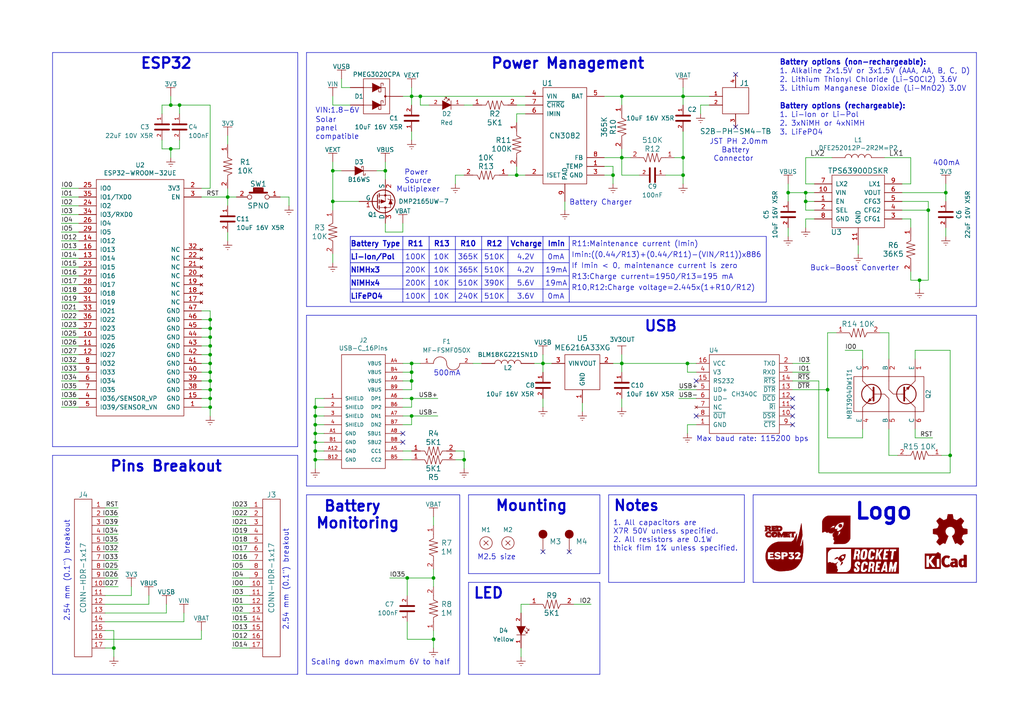
<source format=kicad_sch>
(kicad_sch (version 20230121) (generator eeschema)
  (paper "A4")
  (title_block (title "Red Comet ESP32") (date "2021-02-08") (rev "1.00") (company "Rocket Scream Electronics"))
  (lib_symbols
    (symbol "RedCometESP32-rescue:3V3-RocketScreamKiCadLib" (power) (pin_names (offset 0))
      (property "Value" "3V3-RocketScreamKiCadLib" (at 0 3.556 0))
      (symbol "3V3-RocketScreamKiCadLib_1_1"
        (pin power_in line (at 0 0 90) (length 0) hide (name "3V3") (number "1"))
      )
    )
    (symbol "RedCometESP32-rescue:3V3OUT-RocketScreamKiCadLib" (power) (pin_names (offset 0))
      (property "Value" "3V3OUT-RocketScreamKiCadLib" (at 0 3.556 0))
      (symbol "3V3OUT-RocketScreamKiCadLib_1_1"
        (pin power_in line (at 0 0 90) (length 0) hide (name "3V3OUT") (number "1"))
      )
    )
    (symbol "RedCometESP32-rescue:CAPACITOR-CERAMIC-RocketScreamKiCadLib" (pin_names (offset 0.254))
      (property "Reference" "C" (at 0.635 2.54 0))
      (property "Value" "RocketScreamKiCadLib_CAPACITOR-CERAMIC" (at 0.635 -2.54 0))
      (symbol "CAPACITOR-CERAMIC-RocketScreamKiCadLib_1_1"
        (pin passive line (at 0 3.81 270) (length 2.794) (name "~") (number "1"))
        (pin passive line (at 0 -3.81 90) (length 2.794) (name "~") (number "2"))
      )
    )
    (symbol "RedCometESP32-rescue:CH340C-RocketScreamKiCadLib" (pin_names (offset 1.016))
      (property "Reference" "U" (at -8.89 12.7 0))
      (property "Value" "RocketScreamKiCadLib_CH340C" (at 0 1.27 0))
      (symbol "CH340C-RocketScreamKiCadLib_1_1"
        (pin power_in line (at -13.97 -8.89 0) (length 3.81) (name "GND") (number "1"))
        (pin input line (at 13.97 -6.35 180) (length 3.81) (name "~{DSR}") (number "10"))
        (pin input line (at 13.97 -3.81 180) (length 3.81) (name "~{RI}") (number "11"))
        (pin input line (at 13.97 -1.27 180) (length 3.81) (name "~{DCD}") (number "12"))
        (pin output line (at 13.97 1.27 180) (length 3.81) (name "~{DTR}") (number "13"))
        (pin output line (at 13.97 3.81 180) (length 3.81) (name "~{RTS}") (number "14"))
        (pin input line (at -13.97 3.81 0) (length 3.81) (name "RS232") (number "15"))
        (pin power_in line (at -13.97 8.89 0) (length 3.81) (name "VCC") (number "16"))
        (pin output line (at 13.97 8.89 180) (length 3.81) (name "TXD") (number "2"))
        (pin input line (at 13.97 6.35 180) (length 3.81) (name "RXD") (number "3"))
        (pin power_in line (at -13.97 6.35 0) (length 3.81) (name "V3") (number "4"))
        (pin bidirectional line (at -13.97 1.27 0) (length 3.81) (name "UD+") (number "5"))
        (pin bidirectional line (at -13.97 -1.27 0) (length 3.81) (name "UD-") (number "6"))
        (pin no_connect line (at -13.97 -3.81 0) (length 3.81) (name "NC") (number "7"))
        (pin output line (at -13.97 -6.35 0) (length 3.81) (name "~{OUT}") (number "8"))
        (pin input line (at 13.97 -8.89 180) (length 3.81) (name "~{CTS}") (number "9"))
      )
    )
    (symbol "RedCometESP32-rescue:CN30xx-RocketScreamKiCadLib" (pin_names (offset 1.016))
      (property "Reference" "U" (at 0 17.78 0))
      (property "Value" "RocketScreamKiCadLib_CN30xx" (at 0 15.24 0))
      (symbol "CN30xx-RocketScreamKiCadLib_1_1"
        (pin input line (at 11.43 -8.89 180) (length 5.08) (name "TEMP") (number "1"))
        (pin input line (at -11.43 -11.43 0) (length 5.08) (name "ISET") (number "2"))
        (pin power_in line (at 11.43 -11.43 180) (length 5.08) (name "GND") (number "3"))
        (pin power_in line (at -11.43 11.43 0) (length 5.08) (name "VIN") (number "4"))
        (pin power_out line (at 11.43 11.43 180) (length 5.08) (name "BAT") (number "5"))
        (pin input line (at -11.43 6.35 0) (length 5.08) (name "IMIN") (number "6"))
        (pin output line (at -11.43 8.89 0) (length 5.08) (name "~{CHRG}") (number "7"))
        (pin input line (at 11.43 -6.35 180) (length 5.08) (name "FB") (number "8"))
        (pin power_in line (at 0 -19.05 90) (length 5.08) (name "PAD") (number "9"))
      )
    )
    (symbol "RedCometESP32-rescue:CONN-HDR-1x17-RocketScreamKiCadLib" (pin_names (offset 1.016))
      (property "Reference" "J" (at 0 24.13 0))
      (property "Value" "RocketScreamKiCadLib_CONN-HDR-1x17" (at 0 -25.4 0))
      (symbol "CONN-HDR-1x17-RocketScreamKiCadLib_0_1"
        (pin input line (at 6.35 17.78 180) (length 3.81) (name "~") (number "2"))
      )
      (symbol "CONN-HDR-1x17-RocketScreamKiCadLib_1_1"
        (pin input line (at 6.35 20.32 180) (length 3.81) (name "~") (number "1"))
        (pin input line (at 6.35 -2.54 180) (length 3.81) (name "~") (number "10"))
        (pin input line (at 6.35 -5.08 180) (length 3.81) (name "~") (number "11"))
        (pin input line (at 6.35 -7.62 180) (length 3.81) (name "~") (number "12"))
        (pin input line (at 6.35 -10.16 180) (length 3.81) (name "~") (number "13"))
        (pin input line (at 6.35 -12.7 180) (length 3.81) (name "~") (number "14"))
        (pin passive line (at 6.35 -15.24 180) (length 3.81) (name "~") (number "15"))
        (pin passive line (at 6.35 -17.78 180) (length 3.81) (name "~") (number "16"))
        (pin input line (at 6.35 -20.32 180) (length 3.81) (name "~") (number "17"))
        (pin input line (at 6.35 15.24 180) (length 3.81) (name "~") (number "3"))
        (pin input line (at 6.35 12.7 180) (length 3.81) (name "~") (number "4"))
        (pin input line (at 6.35 10.16 180) (length 3.81) (name "~") (number "5"))
        (pin input line (at 6.35 7.62 180) (length 3.81) (name "~") (number "6"))
        (pin input line (at 6.35 5.08 180) (length 3.81) (name "~") (number "7"))
        (pin input line (at 6.35 2.54 180) (length 3.81) (name "~") (number "8"))
        (pin input line (at 6.35 0 180) (length 3.81) (name "~") (number "9"))
      )
    )
    (symbol "RedCometESP32-rescue:DIODE_DUAL_Schottky-RocketScreamKiCadLib" (pin_numbers hide) (pin_names (offset 1.016) hide)
      (property "Reference" "D" (at 0 6.35 0))
      (property "Value" "RocketScreamKiCadLib_DIODE_DUAL_Schottky" (at 0 -6.35 0))
      (symbol "DIODE_DUAL_Schottky-RocketScreamKiCadLib_1_1"
        (pin passive line (at 7.62 -2.54 180) (length 3.81) (name "A") (number "1"))
        (pin passive line (at 7.62 2.54 180) (length 3.81) (name "A") (number "2"))
        (pin passive line (at -7.62 0 0) (length 3.81) (name "K") (number "3"))
      )
    )
    (symbol "RedCometESP32-rescue:DIODE_Schottky-RocketScreamKiCadLib" (pin_numbers hide) (pin_names (offset 1.016) hide)
      (property "Reference" "D" (at 0 2.54 0))
      (property "Value" "RocketScreamKiCadLib_DIODE_Schottky" (at 0 -2.54 0))
      (symbol "DIODE_Schottky-RocketScreamKiCadLib_1_1"
        (pin passive line (at -5.08 0 0) (length 3.81) (name "K") (number "1"))
        (pin passive line (at 5.08 0 180) (length 3.81) (name "A") (number "2"))
      )
    )
    (symbol "RedCometESP32-rescue:ESP32-WROOM-32xx-RocketScreamKiCadLib" (pin_names (offset 1.016))
      (property "Reference" "U" (at -11.43 35.56 0))
      (property "Value" "RocketScreamKiCadLib_ESP32-WROOM-32xx" (at 0 -35.56 0))
      (symbol "ESP32-WROOM-32xx-RocketScreamKiCadLib_0_0"
        (pin power_in line (at 17.78 -31.75 180) (length 5.08) (name "GND") (number "1"))
        (pin bidirectional line (at -17.78 -11.43 0) (length 5.08) (name "IO25") (number "10"))
        (pin bidirectional line (at -17.78 -13.97 0) (length 5.08) (name "IO26") (number "11"))
        (pin bidirectional line (at -17.78 -16.51 0) (length 5.08) (name "IO27") (number "12"))
        (pin bidirectional line (at -17.78 11.43 0) (length 5.08) (name "IO14") (number "13"))
        (pin bidirectional line (at -17.78 16.51 0) (length 5.08) (name "IO12") (number "14"))
        (pin power_in line (at 17.78 -29.21 180) (length 5.08) (name "GND") (number "15"))
        (pin bidirectional line (at -17.78 13.97 0) (length 5.08) (name "IO13") (number "16"))
        (pin no_connect line (at 17.78 -1.27 180) (length 5.08) (name "NC") (number "17"))
        (pin no_connect line (at 17.78 1.27 180) (length 5.08) (name "NC") (number "18"))
        (pin no_connect line (at 17.78 3.81 180) (length 5.08) (name "NC") (number "19"))
        (pin power_in line (at 17.78 31.75 180) (length 5.08) (name "3V3") (number "2"))
        (pin no_connect line (at 17.78 6.35 180) (length 5.08) (name "NC") (number "20"))
        (pin no_connect line (at 17.78 8.89 180) (length 5.08) (name "NC") (number "21"))
        (pin no_connect line (at 17.78 11.43 180) (length 5.08) (name "NC") (number "22"))
        (pin bidirectional line (at -17.78 8.89 0) (length 5.08) (name "IO15") (number "23"))
        (pin bidirectional line (at -17.78 26.67 0) (length 5.08) (name "IO2") (number "24"))
        (pin bidirectional line (at -17.78 31.75 0) (length 5.08) (name "IO0") (number "25"))
        (pin bidirectional line (at -17.78 21.59 0) (length 5.08) (name "IO4") (number "26"))
        (pin bidirectional line (at -17.78 6.35 0) (length 5.08) (name "IO16") (number "27"))
        (pin bidirectional line (at -17.78 3.81 0) (length 5.08) (name "IO17") (number "28"))
        (pin bidirectional line (at -17.78 19.05 0) (length 5.08) (name "IO5") (number "29"))
        (pin input line (at 17.78 29.21 180) (length 5.08) (name "EN") (number "3"))
        (pin bidirectional line (at -17.78 1.27 0) (length 5.08) (name "IO18") (number "30"))
        (pin bidirectional line (at -17.78 -1.27 0) (length 5.08) (name "IO19") (number "31"))
        (pin no_connect line (at 17.78 13.97 180) (length 5.08) (name "NC") (number "32"))
        (pin bidirectional line (at -17.78 -3.81 0) (length 5.08) (name "IO21") (number "33"))
        (pin bidirectional line (at -17.78 24.13 0) (length 5.08) (name "IO3/RXD0") (number "34"))
        (pin bidirectional line (at -17.78 29.21 0) (length 5.08) (name "IO1/TXD0") (number "35"))
        (pin bidirectional line (at -17.78 -6.35 0) (length 5.08) (name "IO22") (number "36"))
        (pin bidirectional line (at -17.78 -8.89 0) (length 5.08) (name "IO23") (number "37"))
        (pin bidirectional line (at 17.78 -26.67 180) (length 5.08) (name "GND") (number "38"))
        (pin power_in line (at 17.78 -24.13 180) (length 5.08) (name "GND") (number "39"))
        (pin input line (at -17.78 -29.21 0) (length 5.08) (name "IO36/SENSOR_VP") (number "4"))
        (pin power_in line (at 17.78 -21.59 180) (length 5.08) (name "GND") (number "40"))
        (pin power_in line (at 17.78 -19.05 180) (length 5.08) (name "GND") (number "41"))
        (pin power_in line (at 17.78 -16.51 180) (length 5.08) (name "GND") (number "42"))
        (pin power_in line (at 17.78 -13.97 180) (length 5.08) (name "GND") (number "43"))
        (pin power_in line (at 17.78 -11.43 180) (length 5.08) (name "GND") (number "44"))
        (pin power_in line (at 17.78 -8.89 180) (length 5.08) (name "GND") (number "45"))
        (pin power_in line (at 17.78 -6.35 180) (length 5.08) (name "GND") (number "46"))
        (pin power_in line (at 17.78 -3.81 180) (length 5.08) (name "GND") (number "47"))
        (pin input line (at -17.78 -31.75 0) (length 5.08) (name "IO39/SENSOR_VN") (number "5"))
        (pin input line (at -17.78 -24.13 0) (length 5.08) (name "IO34") (number "6"))
        (pin input line (at -17.78 -26.67 0) (length 5.08) (name "IO35") (number "7"))
        (pin bidirectional line (at -17.78 -19.05 0) (length 5.08) (name "IO32") (number "8"))
        (pin bidirectional line (at -17.78 -21.59 0) (length 5.08) (name "IO33") (number "9"))
      )
    )
    (symbol "RedCometESP32-rescue:FIDUCIAL-RocketScreamKiCadLib" (pin_names (offset 1.016))
      (property "Reference" "M" (at 0 3.81 0))
      (property "Value" "RocketScreamKiCadLib_FIDUCIAL" (at 0 -5.715 0))
      (symbol "FIDUCIAL-RocketScreamKiCadLib_1_1"
        (pin input line (at 0 -3.81 90) (length 3.81) (name "~") (number "~"))
      )
    )
    (symbol "RedCometESP32-rescue:FUSE-RocketScreamKiCadLib" (pin_names (offset 0.254))
      (property "Reference" "F" (at 2.54 1.27 0))
      (property "Value" "RocketScreamKiCadLib_FUSE" (at -2.54 -1.27 0))
      (symbol "FUSE-RocketScreamKiCadLib_1_1"
        (pin input line (at -7.62 0 0) (length 3.81) (name "~") (number "1"))
        (pin input line (at 7.62 0 180) (length 3.81) (name "~") (number "2"))
      )
    )
    (symbol "RedCometESP32-rescue:GND-RocketScreamKiCadLib" (power) (pin_names (offset 0))
      (symbol "GND-RocketScreamKiCadLib_1_1"
        (pin power_in line (at 0 0 270) (length 0) hide (name "GND") (number "1"))
      )
    )
    (symbol "RedCometESP32-rescue:INDUCTOR-RocketScreamKiCadLib" (pin_numbers hide) (pin_names (offset 1.016) hide)
      (property "Reference" "L" (at 0 -1.27 0))
      (property "Value" "RocketScreamKiCadLib_INDUCTOR" (at 0 2.54 0))
      (symbol "INDUCTOR-RocketScreamKiCadLib_1_1"
        (pin passive line (at -7.62 0 0) (length 3.81) (name "1") (number "1"))
        (pin passive line (at 7.62 0 180) (length 3.81) (name "2") (number "2"))
      )
    )
    (symbol "RedCometESP32-rescue:LED-SINGLE-RocketScreamKiCadLib" (pin_names (offset 1.016) hide)
      (property "Reference" "D" (at 0 2.54 0))
      (property "Value" "RocketScreamKiCadLib_LED-SINGLE" (at 0 -3.556 0))
      (symbol "LED-SINGLE-RocketScreamKiCadLib_1_1"
        (pin passive line (at -5.08 0 0) (length 3.81) (name "K") (number "1"))
        (pin passive line (at 5.08 0 180) (length 3.81) (name "A") (number "2"))
      )
    )
    (symbol "RedCometESP32-rescue:LOGO-KICAD-RocketScreamKiCadLib" (pin_names (offset 1.016)))
    (symbol "RedCometESP32-rescue:LOGO-OSHW-RocketScreamKiCadLib" (pin_names (offset 1.016))
      (property "Reference" "LOGO" (at 0 6.35 0))
    )
    (symbol "RedCometESP32-rescue:LOGO-RED-COMET-ESP32-RocketScreamKiCadLib" (pin_names (offset 1.016)))
    (symbol "RedCometESP32-rescue:LOGO-ROCKET-SCREAM-HORIZONTAL-RocketScreamKiCadLib" (pin_names (offset 1.016)))
    (symbol "RedCometESP32-rescue:LOGO-ROCKET-SCREAM-WITHOUT-TEXT-RocketScreamKiCadLib" (pin_names (offset 1.016)))
    (symbol "RedCometESP32-rescue:MBT3904DW1T1-RocketScreamKiCadLib" (pin_names (offset 0))
      (property "Reference" "Q" (at -3.81 11.43 0))
      (property "Value" "RocketScreamKiCadLib_MBT3904DW1T1" (at -7.62 13.97 0))
      (symbol "MBT3904DW1T1-RocketScreamKiCadLib_1_1"
        (pin passive line (at -10.16 7.62 0) (length 5.08) (name "E") (number "1"))
        (pin input line (at -10.16 0 0) (length 5.08) (name "B") (number "2"))
        (pin passive line (at -10.16 -7.62 0) (length 5.08) (name "C") (number "3"))
        (pin passive line (at 10.16 -7.62 180) (length 5.08) (name "E") (number "4"))
        (pin input line (at 10.16 0 180) (length 5.08) (name "B") (number "5"))
        (pin passive line (at 10.16 7.62 180) (length 5.08) (name "C") (number "6"))
      )
    )
    (symbol "RedCometESP32-rescue:ME6216AxxXG-RocketScreamKiCadLib" (pin_names (offset 1.016))
      (property "Reference" "U" (at 0 3.81 0))
      (property "Value" "RocketScreamKiCadLib_ME6216AxxXG" (at 0 -13.97 0))
      (symbol "ME6216AxxXG-RocketScreamKiCadLib_1_1"
        (pin passive line (at 0 -11.43 90) (length 3.81) (name "GND") (number "1"))
        (pin passive line (at 8.89 0 180) (length 3.81) (name "VOUT") (number "2"))
        (pin passive line (at -8.89 0 0) (length 3.81) (name "VIN") (number "3"))
      )
    )
    (symbol "RedCometESP32-rescue:MOSFET-P-RocketScreamKiCadLib" (pin_names (offset 0))
      (property "Reference" "Q" (at 6.35 1.27 0))
      (property "Value" "RocketScreamKiCadLib_MOSFET-P" (at 13.97 -1.27 0))
      (symbol "MOSFET-P-RocketScreamKiCadLib_1_1"
        (pin input line (at -7.62 0 0) (length 5.334) (name "G") (number "1"))
        (pin passive line (at 0 -6.35 90) (length 3.81) (name "S") (number "2"))
        (pin passive line (at 0 6.35 270) (length 3.81) (name "D") (number "3"))
      )
    )
    (symbol "RedCometESP32-rescue:MOUNT_HOLE-RocketScreamKiCadLib" (pin_names (offset 1.016))
      (property "Reference" "M" (at 0 3.81 0))
    )
    (symbol "RedCometESP32-rescue:RESISTOR-RocketScreamKiCadLib" (pin_names (offset 1.016))
      (property "Reference" "R" (at 0 2.54 0))
      (property "Value" "RocketScreamKiCadLib_RESISTOR" (at 0 -2.54 0))
      (symbol "RESISTOR-RocketScreamKiCadLib_1_1"
        (pin passive line (at -6.35 0 0) (length 2.54) (name "~") (number "1"))
        (pin passive line (at 6.35 0 180) (length 2.54) (name "~") (number "2"))
      )
    )
    (symbol "RedCometESP32-rescue:S2B-PH-SM4-TB-RocketScreamKiCadLib" (pin_names (offset 1.016))
      (property "Reference" "J" (at -2.54 5.08 0))
      (property "Value" "RocketScreamKiCadLib_S2B-PH-SM4-TB" (at 0 -8.89 0))
      (symbol "S2B-PH-SM4-TB-RocketScreamKiCadLib_1_1"
        (pin input line (at 7.62 1.27 180) (length 3.81) (name "~") (number "1"))
        (pin input line (at 7.62 -1.27 180) (length 3.81) (name "~") (number "2"))
        (pin input line (at 0 -7.62 90) (length 3.81) (name "~") (number "3"))
        (pin input line (at 0 7.62 270) (length 3.81) (name "~") (number "4"))
      )
    )
    (symbol "RedCometESP32-rescue:TACT-SWITCH_2Pins-RocketScreamKiCadLib" (pin_names (offset 1.016))
      (property "Reference" "SW" (at 0 3.81 0))
      (property "Value" "RocketScreamKiCadLib_TACT-SWITCH_2Pins" (at 1.27 -2.54 0))
      (symbol "TACT-SWITCH_2Pins-RocketScreamKiCadLib_1_1"
        (pin passive line (at -6.35 0 0) (length 3.175) (name "~") (number "1"))
        (pin passive line (at 6.35 0 180) (length 3.175) (name "~") (number "2"))
      )
    )
    (symbol "RedCometESP32-rescue:TPS63900DSKR-RocketScreamKiCadLib" (pin_names (offset 1.016))
      (property "Reference" "U" (at -6.35 8.89 0))
      (property "Value" "RocketScreamKiCadLib_TPS63900DSKR" (at 0 11.43 0))
      (symbol "TPS63900DSKR-RocketScreamKiCadLib_1_1"
        (pin input line (at -12.7 0 0) (length 5.08) (name "EN") (number "1"))
        (pin power_in line (at -12.7 2.54 0) (length 5.08) (name "VIN") (number "10"))
        (pin power_in line (at 0 -12.7 90) (length 5.08) (name "GND") (number "11"))
        (pin input line (at -12.7 -2.54 0) (length 5.08) (name "SEL") (number "2"))
        (pin input line (at 12.7 -5.08 180) (length 5.08) (name "CFG1") (number "3"))
        (pin input line (at 12.7 -2.54 180) (length 5.08) (name "CFG2") (number "4"))
        (pin input line (at 12.7 0 180) (length 5.08) (name "CFG3") (number "5"))
        (pin power_out line (at 12.7 2.54 180) (length 5.08) (name "VOUT") (number "6"))
        (pin unspecified line (at -12.7 5.08 0) (length 5.08) (name "LX2") (number "7"))
        (pin power_in line (at -12.7 -5.08 0) (length 5.08) (name "GND") (number "8"))
        (pin unspecified line (at 12.7 5.08 180) (length 5.08) (name "LX1") (number "9"))
      )
    )
    (symbol "RedCometESP32-rescue:USB-C_16Pins-RocketScreamKiCadLib" (pin_names (offset 1.016))
      (property "Reference" "J" (at 0 20.32 0))
      (property "Value" "RocketScreamKiCadLib_USB-C_16Pins" (at 0 17.78 0))
      (symbol "USB-C_16Pins-RocketScreamKiCadLib_1_1"
        (pin passive line (at -11.43 3.81 0) (length 5.08) (name "SHIELD") (number "1"))
        (pin passive line (at -11.43 1.27 0) (length 5.08) (name "SHIELD") (number "2"))
        (pin passive line (at -11.43 -1.27 0) (length 5.08) (name "SHIELD") (number "3"))
        (pin passive line (at -11.43 -3.81 0) (length 5.08) (name "SHIELD") (number "4"))
        (pin passive line (at -11.43 -6.35 0) (length 5.08) (name "GND") (number "A1"))
        (pin passive line (at -11.43 -11.43 0) (length 5.08) (name "GND") (number "A12"))
        (pin passive line (at 11.43 13.97 180) (length 5.08) (name "VBUS") (number "A4"))
        (pin passive line (at 11.43 -11.43 180) (length 5.08) (name "CC1") (number "A5"))
        (pin passive line (at 11.43 3.81 180) (length 5.08) (name "DP1") (number "A6"))
        (pin passive line (at 11.43 -1.27 180) (length 5.08) (name "DN1") (number "A7"))
        (pin passive line (at 11.43 -6.35 180) (length 5.08) (name "SBU1") (number "A8"))
        (pin passive line (at 11.43 8.89 180) (length 5.08) (name "VBUS") (number "A9"))
        (pin passive line (at -11.43 -8.89 0) (length 5.08) (name "GND") (number "B1"))
        (pin passive line (at -11.43 -13.97 0) (length 5.08) (name "GND") (number "B12"))
        (pin passive line (at 11.43 11.43 180) (length 5.08) (name "VBUS") (number "B4"))
        (pin passive line (at 11.43 -13.97 180) (length 5.08) (name "CC2") (number "B5"))
        (pin passive line (at 11.43 1.27 180) (length 5.08) (name "DP2") (number "B6"))
        (pin passive line (at 11.43 -3.81 180) (length 5.08) (name "DN2") (number "B7"))
        (pin passive line (at 11.43 -8.89 180) (length 5.08) (name "SBU2") (number "B8"))
        (pin passive line (at 11.43 6.35 180) (length 5.08) (name "VBUS") (number "B9"))
      )
    )
    (symbol "RedCometESP32-rescue:VBAT-RocketScreamKiCadLib" (power) (pin_names (offset 0))
      (property "Value" "VBAT-RocketScreamKiCadLib" (at 0 3.556 0))
      (symbol "VBAT-RocketScreamKiCadLib_1_1"
        (pin power_in line (at 0 0 90) (length 0) hide (name "VBAT") (number "1"))
      )
    )
    (symbol "RedCometESP32-rescue:VBUS-RocketScreamKiCadLib" (power) (pin_names (offset 0))
      (property "Value" "VBUS-RocketScreamKiCadLib" (at 0 3.556 0))
      (symbol "VBUS-RocketScreamKiCadLib_1_1"
        (pin power_in line (at 0 0 90) (length 0) hide (name "VBUS") (number "1"))
      )
    )
    (symbol "RedCometESP32-rescue:VEXT-RocketScreamKiCadLib" (power) (pin_names (offset 0))
      (property "Value" "VEXT-RocketScreamKiCadLib" (at 0 3.556 0))
      (symbol "VEXT-RocketScreamKiCadLib_1_1"
        (pin power_in line (at 0 0 90) (length 0) hide (name "VEXT") (number "1"))
      )
    )
    (symbol "RedCometESP32-rescue:VIN-RocketScreamKiCadLib" (power) (pin_names (offset 0))
      (property "Value" "VIN-RocketScreamKiCadLib" (at 0 3.556 0))
      (symbol "VIN-RocketScreamKiCadLib_1_1"
        (pin power_in line (at 0 0 90) (length 0) hide (name "VIN") (number "1"))
      )
    )
    (symbol "RedCometESP32-rescue:VUSB-RocketScreamKiCadLib" (power) (pin_names (offset 0))
      (property "Value" "VUSB-RocketScreamKiCadLib" (at 0 3.81 0))
      (symbol "VUSB-RocketScreamKiCadLib_1_1"
        (pin power_in line (at 0 0 90) (length 0) hide (name "VUSB") (number "1"))
      )
    )
  )
  (junction (at 111.76 49.53))
  (junction (at 119.38 115.57))
  (junction (at 134.62 133.35))
  (junction (at 60.96 107.95))
  (junction (at 60.96 105.41))
  (junction (at 60.96 97.79))
  (junction (at 125.73 167.64))
  (junction (at 198.12 45.72))
  (junction (at 121.92 27.94))
  (junction (at 180.34 27.94))
  (junction (at 91.44 128.27))
  (junction (at 198.12 50.8))
  (junction (at 233.68 55.88))
  (junction (at 60.96 115.57))
  (junction (at 91.44 130.81))
  (junction (at 240.03 113.03))
  (junction (at 119.38 27.94))
  (junction (at 96.52 49.53))
  (junction (at 33.02 187.96))
  (junction (at 119.38 107.95))
  (junction (at 274.32 55.88))
  (junction (at 49.53 43.18))
  (junction (at 91.44 133.35))
  (junction (at 52.07 30.48))
  (junction (at 60.96 113.03))
  (junction (at 157.48 105.41))
  (junction (at 149.86 50.8))
  (junction (at 60.96 118.11))
  (junction (at 198.12 27.94))
  (junction (at 119.38 105.41))
  (junction (at 275.59 132.08))
  (junction (at 91.44 118.11))
  (junction (at 266.7 81.28))
  (junction (at 119.38 120.65))
  (junction (at 177.8 50.8))
  (junction (at 199.39 105.41))
  (junction (at 60.96 100.33))
  (junction (at 228.6 55.88))
  (junction (at 60.96 92.71))
  (junction (at 91.44 123.19))
  (junction (at 118.11 167.64))
  (junction (at 66.04 57.15))
  (junction (at 60.96 110.49))
  (junction (at 125.73 185.42))
  (junction (at 91.44 125.73))
  (junction (at 180.34 105.41))
  (junction (at 96.52 58.42))
  (junction (at 60.96 102.87))
  (junction (at 91.44 120.65))
  (junction (at 119.38 110.49))
  (junction (at 49.53 30.48))
  (junction (at 269.24 60.96))
  (junction (at 233.68 58.42))
  (junction (at 60.96 95.25))
  (junction (at 180.34 45.72))
  (no_connect (at 229.87 115.57))
  (no_connect (at 213.36 21.59))
  (no_connect (at 213.36 36.83))
  (no_connect (at 201.93 120.65))
  (no_connect (at 229.87 123.19))
  (no_connect (at 157.48 160.02))
  (no_connect (at 229.87 118.11))
  (no_connect (at 229.87 120.65))
  (no_connect (at 201.93 110.49))
  (no_connect (at 116.84 128.27))
  (no_connect (at 165.1 160.02))
  (no_connect (at 116.84 125.73))
  (wire (pts (xy 52.07 43.18) (xy 52.07 40.64)))
  (wire (pts (xy 83.82 57.15) (xy 83.82 59.69)))
  (polyline (pts (xy 86.36 15.24) (xy 15.24 15.24)))
  (wire (pts (xy 22.86 62.23) (xy 17.78 62.23)))
  (wire (pts (xy 96.52 27.94) (xy 96.52 30.48)))
  (wire (pts (xy 22.86 67.31) (xy 17.78 67.31)))
  (wire (pts (xy 30.48 160.02) (xy 34.29 160.02)))
  (wire (pts (xy 52.07 33.02) (xy 52.07 30.48)))
  (wire (pts (xy 236.22 63.5) (xy 233.68 63.5)))
  (wire (pts (xy 119.38 118.11) (xy 119.38 115.57)))
  (wire (pts (xy 175.26 27.94) (xy 180.34 27.94)))
  (wire (pts (xy 116.84 110.49) (xy 119.38 110.49)))
  (wire (pts (xy 134.62 50.8) (xy 132.08 50.8)))
  (wire (pts (xy 229.87 105.41) (xy 234.95 105.41)))
  (wire (pts (xy 91.44 120.65) (xy 91.44 123.19)))
  (wire (pts (xy 199.39 105.41) (xy 201.93 105.41)))
  (wire (pts (xy 116.84 133.35) (xy 119.38 133.35)))
  (wire (pts (xy 46.99 40.64) (xy 46.99 43.18)))
  (wire (pts (xy 180.34 105.41) (xy 180.34 107.95)))
  (wire (pts (xy 264.16 78.74) (xy 264.16 81.28)))
  (wire (pts (xy 275.59 132.08) (xy 273.05 132.08)))
  (wire (pts (xy 67.31 165.1) (xy 72.39 165.1)))
  (polyline (pts (xy 132.08 68.58) (xy 132.08 87.63)))
  (wire (pts (xy 67.31 182.88) (xy 72.39 182.88)))
  (wire (pts (xy 22.86 107.95) (xy 17.78 107.95)))
  (wire (pts (xy 198.12 27.94) (xy 198.12 30.48)))
  (wire (pts (xy 264.16 45.72) (xy 264.16 53.34)))
  (wire (pts (xy 199.39 107.95) (xy 199.39 105.41)))
  (wire (pts (xy 30.48 147.32) (xy 34.29 147.32)))
  (polyline (pts (xy 165.1 87.63) (xy 165.1 68.58)))
  (polyline (pts (xy 101.6 68.58) (xy 222.25 68.58)))
  (wire (pts (xy 265.43 127) (xy 270.51 127)))
  (polyline (pts (xy 133.35 143.51) (xy 133.35 195.58)))
  (wire (pts (xy 250.19 104.14) (xy 250.19 101.6)))
  (wire (pts (xy 151.13 175.26) (xy 151.13 177.8)))
  (wire (pts (xy 93.98 133.35) (xy 91.44 133.35)))
  (wire (pts (xy 22.86 59.69) (xy 17.78 59.69)))
  (wire (pts (xy 91.44 118.11) (xy 91.44 120.65)))
  (wire (pts (xy 22.86 100.33) (xy 17.78 100.33)))
  (wire (pts (xy 58.42 90.17) (xy 60.96 90.17)))
  (wire (pts (xy 274.32 53.34) (xy 274.32 55.88)))
  (wire (pts (xy 58.42 97.79) (xy 60.96 97.79)))
  (wire (pts (xy 60.96 90.17) (xy 60.96 92.71)))
  (wire (pts (xy 229.87 113.03) (xy 240.03 113.03)))
  (wire (pts (xy 60.96 118.11) (xy 58.42 118.11)))
  (wire (pts (xy 228.6 53.34) (xy 228.6 55.88)))
  (wire (pts (xy 199.39 123.19) (xy 199.39 125.73)))
  (wire (pts (xy 180.34 27.94) (xy 198.12 27.94)))
  (wire (pts (xy 116.84 113.03) (xy 119.38 113.03)))
  (wire (pts (xy 250.19 101.6) (xy 245.11 101.6)))
  (wire (pts (xy 67.31 160.02) (xy 72.39 160.02)))
  (wire (pts (xy 257.81 124.46) (xy 257.81 132.08)))
  (wire (pts (xy 116.84 67.31) (xy 116.84 64.77)))
  (wire (pts (xy 261.62 60.96) (xy 269.24 60.96)))
  (wire (pts (xy 180.34 45.72) (xy 180.34 50.8)))
  (wire (pts (xy 68.58 57.15) (xy 66.04 57.15)))
  (polyline (pts (xy 173.99 143.51) (xy 135.89 143.51)))
  (polyline (pts (xy 176.53 143.51) (xy 215.9 143.51)))
  (wire (pts (xy 228.6 55.88) (xy 228.6 58.42)))
  (wire (pts (xy 30.48 177.8) (xy 48.26 177.8)))
  (polyline (pts (xy 88.9 88.9) (xy 283.21 88.9)))
  (polyline (pts (xy 283.21 91.44) (xy 88.9 91.44)))
  (wire (pts (xy 205.74 30.48) (xy 203.2 30.48)))
  (wire (pts (xy 66.04 57.15) (xy 66.04 54.61)))
  (polyline (pts (xy 88.9 91.44) (xy 88.9 140.97)))
  (wire (pts (xy 157.48 115.57) (xy 157.48 118.11)))
  (wire (pts (xy 125.73 167.64) (xy 125.73 170.18)))
  (polyline (pts (xy 88.9 15.24) (xy 283.21 15.24)))
  (wire (pts (xy 237.49 110.49) (xy 237.49 137.16)))
  (wire (pts (xy 96.52 58.42) (xy 96.52 60.96)))
  (polyline (pts (xy 101.6 83.82) (xy 165.1 83.82)))
  (wire (pts (xy 180.34 30.48) (xy 180.34 27.94)))
  (wire (pts (xy 119.38 27.94) (xy 119.38 30.48)))
  (wire (pts (xy 265.43 101.6) (xy 275.59 101.6)))
  (wire (pts (xy 125.73 182.88) (xy 125.73 185.42)))
  (wire (pts (xy 109.22 49.53) (xy 111.76 49.53)))
  (wire (pts (xy 119.38 107.95) (xy 116.84 107.95)))
  (wire (pts (xy 274.32 55.88) (xy 274.32 58.42)))
  (wire (pts (xy 116.84 27.94) (xy 119.38 27.94)))
  (wire (pts (xy 22.86 85.09) (xy 17.78 85.09)))
  (wire (pts (xy 261.62 63.5) (xy 264.16 63.5)))
  (wire (pts (xy 193.04 50.8) (xy 198.12 50.8)))
  (wire (pts (xy 177.8 50.8) (xy 177.8 53.34)))
  (wire (pts (xy 30.48 185.42) (xy 58.42 185.42)))
  (wire (pts (xy 60.96 92.71) (xy 60.96 95.25)))
  (wire (pts (xy 93.98 120.65) (xy 91.44 120.65)))
  (wire (pts (xy 67.31 172.72) (xy 72.39 172.72)))
  (polyline (pts (xy 135.89 166.37) (xy 173.99 166.37)))
  (wire (pts (xy 132.08 133.35) (xy 134.62 133.35)))
  (wire (pts (xy 233.68 60.96) (xy 236.22 60.96)))
  (wire (pts (xy 275.59 101.6) (xy 275.59 132.08)))
  (wire (pts (xy 116.84 118.11) (xy 119.38 118.11)))
  (wire (pts (xy 60.96 97.79) (xy 60.96 100.33)))
  (wire (pts (xy 116.84 130.81) (xy 119.38 130.81)))
  (wire (pts (xy 58.42 92.71) (xy 60.96 92.71)))
  (polyline (pts (xy 101.6 76.2) (xy 165.1 76.2)))
  (wire (pts (xy 198.12 25.4) (xy 198.12 27.94)))
  (wire (pts (xy 91.44 133.35) (xy 91.44 135.89)))
  (wire (pts (xy 134.62 130.81) (xy 134.62 133.35)))
  (wire (pts (xy 49.53 27.94) (xy 49.53 30.48)))
  (wire (pts (xy 30.48 170.18) (xy 34.29 170.18)))
  (polyline (pts (xy 135.89 168.91) (xy 135.89 195.58)))
  (wire (pts (xy 198.12 27.94) (xy 205.74 27.94)))
  (wire (pts (xy 153.67 175.26) (xy 151.13 175.26)))
  (wire (pts (xy 111.76 49.53) (xy 111.76 52.07)))
  (polyline (pts (xy 215.9 168.91) (xy 176.53 168.91)))
  (wire (pts (xy 96.52 58.42) (xy 104.14 58.42)))
  (wire (pts (xy 134.62 133.35) (xy 134.62 135.89)))
  (wire (pts (xy 46.99 30.48) (xy 49.53 30.48)))
  (polyline (pts (xy 86.36 195.58) (xy 86.36 132.08)))
  (wire (pts (xy 30.48 187.96) (xy 33.02 187.96)))
  (wire (pts (xy 163.83 58.42) (xy 163.83 60.96)))
  (wire (pts (xy 119.38 120.65) (xy 127 120.65)))
  (wire (pts (xy 233.68 58.42) (xy 233.68 60.96)))
  (wire (pts (xy 30.48 165.1) (xy 34.29 165.1)))
  (wire (pts (xy 250.19 127) (xy 250.19 124.46)))
  (wire (pts (xy 177.8 48.26) (xy 177.8 50.8)))
  (wire (pts (xy 52.07 30.48) (xy 60.96 30.48)))
  (wire (pts (xy 157.48 105.41) (xy 157.48 107.95)))
  (polyline (pts (xy 283.21 140.97) (xy 283.21 91.44)))
  (wire (pts (xy 119.38 105.41) (xy 121.92 105.41)))
  (wire (pts (xy 67.31 170.18) (xy 72.39 170.18)))
  (wire (pts (xy 46.99 30.48) (xy 46.99 33.02)))
  (wire (pts (xy 22.86 87.63) (xy 17.78 87.63)))
  (wire (pts (xy 201.93 115.57) (xy 196.85 115.57)))
  (polyline (pts (xy 135.89 143.51) (xy 135.89 166.37)))
  (wire (pts (xy 175.26 48.26) (xy 177.8 48.26)))
  (wire (pts (xy 67.31 162.56) (xy 72.39 162.56)))
  (polyline (pts (xy 157.48 68.58) (xy 157.48 87.63)))
  (wire (pts (xy 49.53 45.72) (xy 49.53 43.18)))
  (wire (pts (xy 22.86 54.61) (xy 17.78 54.61)))
  (polyline (pts (xy 222.25 68.58) (xy 222.25 87.63)))
  (wire (pts (xy 152.4 50.8) (xy 149.86 50.8)))
  (wire (pts (xy 22.86 92.71) (xy 17.78 92.71)))
  (polyline (pts (xy 86.36 129.54) (xy 86.36 15.24)))
  (wire (pts (xy 99.06 22.86) (xy 99.06 25.4)))
  (wire (pts (xy 116.84 123.19) (xy 119.38 123.19)))
  (wire (pts (xy 60.96 110.49) (xy 60.96 113.03)))
  (wire (pts (xy 203.2 30.48) (xy 203.2 33.02)))
  (polyline (pts (xy 15.24 129.54) (xy 86.36 129.54)))
  (wire (pts (xy 274.32 66.04) (xy 274.32 68.58)))
  (wire (pts (xy 255.27 96.52) (xy 257.81 96.52)))
  (wire (pts (xy 228.6 66.04) (xy 228.6 68.58)))
  (wire (pts (xy 233.68 55.88) (xy 233.68 58.42)))
  (wire (pts (xy 266.7 81.28) (xy 266.7 83.82)))
  (wire (pts (xy 67.31 187.96) (xy 72.39 187.96)))
  (wire (pts (xy 60.96 115.57) (xy 60.96 118.11)))
  (wire (pts (xy 30.48 154.94) (xy 34.29 154.94)))
  (wire (pts (xy 137.16 105.41) (xy 139.7 105.41)))
  (wire (pts (xy 58.42 102.87) (xy 60.96 102.87)))
  (wire (pts (xy 53.34 180.34) (xy 53.34 177.8)))
  (wire (pts (xy 99.06 25.4) (xy 101.6 25.4)))
  (wire (pts (xy 22.86 77.47) (xy 17.78 77.47)))
  (wire (pts (xy 111.76 46.99) (xy 111.76 49.53)))
  (wire (pts (xy 248.92 71.12) (xy 248.92 73.66)))
  (wire (pts (xy 265.43 104.14) (xy 265.43 101.6)))
  (wire (pts (xy 22.86 80.01) (xy 17.78 80.01)))
  (polyline (pts (xy 124.46 68.58) (xy 124.46 87.63)))
  (wire (pts (xy 265.43 124.46) (xy 265.43 127)))
  (wire (pts (xy 119.38 105.41) (xy 119.38 107.95)))
  (wire (pts (xy 58.42 110.49) (xy 60.96 110.49)))
  (wire (pts (xy 236.22 55.88) (xy 233.68 55.88)))
  (wire (pts (xy 58.42 105.41) (xy 60.96 105.41)))
  (wire (pts (xy 72.39 149.86) (xy 67.31 149.86)))
  (polyline (pts (xy 15.24 15.24) (xy 15.24 129.54)))
  (polyline (pts (xy 135.89 195.58) (xy 173.99 195.58)))
  (wire (pts (xy 91.44 123.19) (xy 91.44 125.73)))
  (wire (pts (xy 180.34 102.87) (xy 180.34 105.41)))
  (wire (pts (xy 177.8 105.41) (xy 180.34 105.41)))
  (wire (pts (xy 201.93 113.03) (xy 196.85 113.03)))
  (wire (pts (xy 240.03 113.03) (xy 240.03 127)))
  (wire (pts (xy 60.96 120.65) (xy 60.96 118.11)))
  (wire (pts (xy 93.98 130.81) (xy 91.44 130.81)))
  (polyline (pts (xy 88.9 143.51) (xy 133.35 143.51)))
  (wire (pts (xy 60.96 105.41) (xy 60.96 107.95)))
  (wire (pts (xy 113.03 167.64) (xy 118.11 167.64)))
  (wire (pts (xy 229.87 110.49) (xy 237.49 110.49)))
  (wire (pts (xy 91.44 125.73) (xy 91.44 128.27)))
  (wire (pts (xy 49.53 30.48) (xy 52.07 30.48)))
  (wire (pts (xy 116.84 105.41) (xy 119.38 105.41)))
  (wire (pts (xy 67.31 180.34) (xy 72.39 180.34)))
  (wire (pts (xy 154.94 105.41) (xy 157.48 105.41)))
  (polyline (pts (xy 215.9 143.51) (xy 215.9 168.91)))
  (wire (pts (xy 67.31 154.94) (xy 72.39 154.94)))
  (wire (pts (xy 119.38 25.4) (xy 119.38 27.94)))
  (wire (pts (xy 132.08 130.81) (xy 134.62 130.81)))
  (wire (pts (xy 96.52 46.99) (xy 96.52 49.53)))
  (wire (pts (xy 175.26 50.8) (xy 177.8 50.8)))
  (wire (pts (xy 132.08 50.8) (xy 132.08 53.34)))
  (polyline (pts (xy 147.32 68.58) (xy 147.32 87.63)))
  (polyline (pts (xy 139.7 68.58) (xy 139.7 87.63)))
  (wire (pts (xy 180.34 50.8) (xy 185.42 50.8)))
  (wire (pts (xy 96.52 73.66) (xy 96.52 76.2)))
  (wire (pts (xy 66.04 39.37) (xy 66.04 41.91)))
  (wire (pts (xy 93.98 128.27) (xy 91.44 128.27)))
  (wire (pts (xy 240.03 96.52) (xy 240.03 113.03)))
  (wire (pts (xy 119.38 120.65) (xy 116.84 120.65)))
  (wire (pts (xy 233.68 45.72) (xy 233.68 53.34)))
  (wire (pts (xy 58.42 95.25) (xy 60.96 95.25)))
  (wire (pts (xy 67.31 177.8) (xy 72.39 177.8)))
  (wire (pts (xy 121.92 27.94) (xy 119.38 27.94)))
  (wire (pts (xy 266.7 81.28) (xy 269.24 81.28)))
  (wire (pts (xy 198.12 50.8) (xy 198.12 45.72)))
  (wire (pts (xy 198.12 50.8) (xy 198.12 53.34)))
  (wire (pts (xy 152.4 33.02) (xy 149.86 33.02)))
  (wire (pts (xy 96.52 30.48) (xy 101.6 30.48)))
  (wire (pts (xy 22.86 102.87) (xy 17.78 102.87)))
  (polyline (pts (xy 101.6 72.39) (xy 165.1 72.39)))
  (wire (pts (xy 180.34 45.72) (xy 182.88 45.72)))
  (wire (pts (xy 118.11 180.34) (xy 118.11 185.42)))
  (wire (pts (xy 264.16 81.28) (xy 266.7 81.28)))
  (wire (pts (xy 168.91 116.84) (xy 168.91 119.38)))
  (wire (pts (xy 241.3 45.72) (xy 233.68 45.72)))
  (wire (pts (xy 30.48 180.34) (xy 53.34 180.34)))
  (wire (pts (xy 111.76 64.77) (xy 111.76 67.31)))
  (polyline (pts (xy 173.99 168.91) (xy 135.89 168.91)))
  (wire (pts (xy 256.54 45.72) (xy 264.16 45.72)))
  (polyline (pts (xy 218.44 168.91) (xy 283.21 168.91)))
  (wire (pts (xy 58.42 107.95) (xy 60.96 107.95)))
  (wire (pts (xy 119.38 123.19) (xy 119.38 120.65)))
  (polyline (pts (xy 88.9 195.58) (xy 88.9 143.51)))
  (wire (pts (xy 58.42 185.42) (xy 58.42 182.88)))
  (wire (pts (xy 30.48 157.48) (xy 34.29 157.48)))
  (wire (pts (xy 180.34 115.57) (xy 180.34 118.11)))
  (polyline (pts (xy 101.6 68.58) (xy 101.6 87.63)))
  (wire (pts (xy 30.48 182.88) (xy 33.02 182.88)))
  (wire (pts (xy 118.11 185.42) (xy 125.73 185.42)))
  (polyline (pts (xy 88.9 140.97) (xy 283.21 140.97)))
  (wire (pts (xy 33.02 182.88) (xy 33.02 187.96)))
  (wire (pts (xy 91.44 130.81) (xy 91.44 133.35)))
  (wire (pts (xy 93.98 115.57) (xy 91.44 115.57)))
  (wire (pts (xy 119.38 110.49) (xy 119.38 107.95)))
  (wire (pts (xy 60.96 107.95) (xy 60.96 110.49)))
  (wire (pts (xy 233.68 53.34) (xy 236.22 53.34)))
  (polyline (pts (xy 283.21 15.24) (xy 283.21 88.9)))
  (wire (pts (xy 60.96 102.87) (xy 60.96 105.41)))
  (wire (pts (xy 22.86 110.49) (xy 17.78 110.49)))
  (wire (pts (xy 119.38 113.03) (xy 119.38 110.49)))
  (wire (pts (xy 149.86 30.48) (xy 152.4 30.48)))
  (wire (pts (xy 67.31 157.48) (xy 72.39 157.48)))
  (wire (pts (xy 22.86 74.93) (xy 17.78 74.93)))
  (wire (pts (xy 116.84 115.57) (xy 119.38 115.57)))
  (wire (pts (xy 111.76 67.31) (xy 116.84 67.31)))
  (wire (pts (xy 91.44 128.27) (xy 91.44 130.81)))
  (wire (pts (xy 38.1 172.72) (xy 38.1 170.18)))
  (wire (pts (xy 60.96 100.33) (xy 60.96 102.87)))
  (wire (pts (xy 22.86 105.41) (xy 17.78 105.41)))
  (wire (pts (xy 166.37 175.26) (xy 171.45 175.26)))
  (wire (pts (xy 257.81 132.08) (xy 260.35 132.08)))
  (polyline (pts (xy 116.84 68.58) (xy 116.84 87.63)))
  (polyline (pts (xy 165.1 80.01) (xy 101.6 80.01)))
  (wire (pts (xy 48.26 177.8) (xy 48.26 175.26)))
  (wire (pts (xy 22.86 90.17) (xy 17.78 90.17)))
  (wire (pts (xy 149.86 48.26) (xy 149.86 50.8)))
  (wire (pts (xy 157.48 105.41) (xy 157.48 102.87)))
  (wire (pts (xy 269.24 58.42) (xy 261.62 58.42)))
  (wire (pts (xy 121.92 27.94) (xy 152.4 27.94)))
  (wire (pts (xy 151.13 187.96) (xy 151.13 190.5)))
  (wire (pts (xy 233.68 63.5) (xy 233.68 66.04)))
  (wire (pts (xy 160.02 105.41) (xy 157.48 105.41)))
  (wire (pts (xy 22.86 69.85) (xy 17.78 69.85)))
  (wire (pts (xy 118.11 167.64) (xy 118.11 172.72)))
  (wire (pts (xy 58.42 115.57) (xy 60.96 115.57)))
  (wire (pts (xy 58.42 100.33) (xy 60.96 100.33)))
  (wire (pts (xy 175.26 45.72) (xy 180.34 45.72)))
  (wire (pts (xy 269.24 81.28) (xy 269.24 60.96)))
  (wire (pts (xy 236.22 58.42) (xy 233.68 58.42)))
  (wire (pts (xy 30.48 149.86) (xy 34.29 149.86)))
  (wire (pts (xy 66.04 67.31) (xy 66.04 69.85)))
  (wire (pts (xy 199.39 105.41) (xy 180.34 105.41)))
  (wire (pts (xy 125.73 185.42) (xy 125.73 187.96)))
  (wire (pts (xy 60.96 54.61) (xy 58.42 54.61)))
  (wire (pts (xy 46.99 43.18) (xy 49.53 43.18)))
  (polyline (pts (xy 15.24 132.08) (xy 15.24 195.58)))
  (wire (pts (xy 49.53 43.18) (xy 52.07 43.18)))
  (wire (pts (xy 30.48 152.4) (xy 34.29 152.4)))
  (polyline (pts (xy 88.9 88.9) (xy 88.9 15.24)))
  (wire (pts (xy 67.31 175.26) (xy 72.39 175.26)))
  (wire (pts (xy 81.28 57.15) (xy 83.82 57.15)))
  (polyline (pts (xy 173.99 166.37) (xy 173.99 143.51)))
  (wire (pts (xy 121.92 27.94) (xy 121.92 30.48)))
  (wire (pts (xy 30.48 175.26) (xy 43.18 175.26)))
  (wire (pts (xy 149.86 33.02) (xy 149.86 35.56)))
  (wire (pts (xy 22.86 115.57) (xy 17.78 115.57)))
  (wire (pts (xy 257.81 96.52) (xy 257.81 104.14)))
  (wire (pts (xy 134.62 30.48) (xy 137.16 30.48)))
  (wire (pts (xy 60.96 30.48) (xy 60.96 54.61)))
  (wire (pts (xy 72.39 147.32) (xy 67.31 147.32)))
  (wire (pts (xy 269.24 60.96) (xy 269.24 58.42)))
  (wire (pts (xy 195.58 45.72) (xy 198.12 45.72)))
  (wire (pts (xy 17.78 95.25) (xy 22.86 95.25)))
  (polyline (pts (xy 176.53 168.91) (xy 176.53 143.51)))
  (wire (pts (xy 119.38 38.1) (xy 119.38 40.64)))
  (wire (pts (xy 93.98 118.11) (xy 91.44 118.11)))
  (wire (pts (xy 229.87 107.95) (xy 234.95 107.95)))
  (polyline (pts (xy 101.6 87.63) (xy 222.25 87.63)))
  (wire (pts (xy 199.39 123.19) (xy 201.93 123.19)))
  (wire (pts (xy 96.52 49.53) (xy 96.52 58.42)))
  (wire (pts (xy 58.42 113.03) (xy 60.96 113.03)))
  (wire (pts (xy 198.12 38.1) (xy 198.12 45.72)))
  (wire (pts (xy 33.02 187.96) (xy 33.02 190.5)))
  (wire (pts (xy 99.06 49.53) (xy 96.52 49.53)))
  (wire (pts (xy 22.86 64.77) (xy 17.78 64.77)))
  (wire (pts (xy 67.31 167.64) (xy 72.39 167.64)))
  (wire (pts (xy 66.04 57.15) (xy 58.42 57.15)))
  (wire (pts (xy 30.48 172.72) (xy 38.1 172.72)))
  (polyline (pts (xy 15.24 195.58) (xy 86.36 195.58)))
  (polyline (pts (xy 283.21 143.51) (xy 218.44 143.51)))
  (wire (pts (xy 22.86 72.39) (xy 17.78 72.39)))
  (wire (pts (xy 30.48 167.64) (xy 34.29 167.64)))
  (wire (pts (xy 60.96 113.03) (xy 60.96 115.57)))
  (wire (pts (xy 22.86 82.55) (xy 17.78 82.55)))
  (wire (pts (xy 60.96 95.25) (xy 60.96 97.79)))
  (wire (pts (xy 43.18 175.26) (xy 43.18 172.72)))
  (polyline (pts (xy 133.35 195.58) (xy 88.9 195.58)))
  (wire (pts (xy 242.57 96.52) (xy 240.03 96.52)))
  (wire (pts (xy 118.11 167.64) (xy 125.73 167.64)))
  (polyline (pts (xy 283.21 168.91) (xy 283.21 143.51)))
  (wire (pts (xy 22.86 57.15) (xy 17.78 57.15)))
  (wire (pts (xy 30.48 162.56) (xy 34.29 162.56)))
  (wire (pts (xy 93.98 125.73) (xy 91.44 125.73)))
  (wire (pts (xy 149.86 50.8) (xy 147.32 50.8)))
  (wire (pts (xy 17.78 97.79) (xy 22.86 97.79)))
  (polyline (pts (xy 86.36 132.08) (xy 15.24 132.08)))
  (wire (pts (xy 72.39 152.4) (xy 67.31 152.4)))
  (wire (pts (xy 121.92 30.48) (xy 124.46 30.48)))
  (wire (pts (xy 201.93 107.95) (xy 199.39 107.95)))
  (wire (pts (xy 22.86 118.11) (xy 17.78 118.11)))
  (wire (pts (xy 125.73 149.86) (xy 125.73 152.4)))
  (wire (pts (xy 93.98 123.19) (xy 91.44 123.19)))
  (wire (pts (xy 264.16 53.34) (xy 261.62 53.34)))
  (wire (pts (xy 264.16 63.5) (xy 264.16 66.04)))
  (wire (pts (xy 125.73 165.1) (xy 125.73 167.64)))
  (wire (pts (xy 180.34 45.72) (xy 180.34 43.18)))
  (wire (pts (xy 66.04 57.15) (xy 66.04 59.69)))
  (wire (pts (xy 240.03 127) (xy 250.19 127)))
  (polyline (pts (xy 173.99 195.58) (xy 173.99 168.91)))
  (wire (pts (xy 67.31 185.42) (xy 72.39 185.42)))
  (polyline (pts (xy 218.44 143.51) (xy 218.44 168.91)))
  (wire (pts (xy 233.68 55.88) (xy 228.6 55.88)))
  (wire (pts (xy 91.44 115.57) (xy 91.44 118.11)))
  (wire (pts (xy 275.59 137.16) (xy 275.59 132.08)))
  (wire (pts (xy 261.62 55.88) (xy 274.32 55.88)))
  (wire (pts (xy 119.38 115.57) (xy 127 115.57)))
  (wire (pts (xy 237.49 137.16) (xy 275.59 137.16)))
  (wire (pts (xy 22.86 113.03) (xy 17.78 113.03)))
  (text "10K" (at 125.73 86.995 0) (effects (font (size 1.524 1.524)) (justify left bottom)))
  (text "2.54 mm (0.1\") breakout" (at 20.32 180.34 90) (effects (font (size 1.524 1.524)) (justify left bottom)))
  (text "510K" (at 132.715 83.185 0) (effects (font (size 1.524 1.524)) (justify left bottom)))
  (text "Notes" (at 177.8 148.59 0) (effects (font (size 3.048 3.048) (thickness 0.6096) bold) (justify left bottom)))
  (text "Pins Breakout" (at 31.75 137.16 0) (effects (font (size 3.048 3.048) (thickness 0.6096) bold) (justify left bottom)))
  (text "1. Li-Ion or Li-Pol" (at 226.06 34.29 0) (effects (font (size 1.524 1.524)) (justify left bottom)))
  (text "0mA" (at 158.75 86.995 0) (effects (font (size 1.524 1.524)) (justify left bottom)))
  (text "Max baud rate: 115200 bps" (at 201.93 128.27 0) (effects (font (size 1.524 1.524)) (justify left bottom)))
  (text "LED" (at 137.16 173.99 0) (effects (font (size 3.048 3.048) (thickness 0.6096) bold) (justify left bottom)))
  (text "510K" (at 140.335 79.375 0) (effects (font (size 1.524 1.524)) (justify left bottom)))
  (text "1. Alkaline 2x1.5V or 3x1.5V (AAA, AA, B, C, D)" (at 226.06 21.59 0) (effects (font (size 1.524 1.524)) (justify left bottom)))
  (text "Mounting" (at 143.51 148.59 0) (effects (font (size 3.048 3.048) (thickness 0.6096) bold) (justify left bottom)))
  (text "365K" (at 132.715 75.565 0) (effects (font (size 1.524 1.524)) (justify left bottom)))
  (text "Logo" (at 247.65 151.13 0) (effects (font (size 4.572 4.572) (thickness 0.9144) bold) (justify left bottom)))
  (text "3.6V" (at 149.86 86.995 0) (effects (font (size 1.524 1.524)) (justify left bottom)))
  (text "NiMHx4" (at 101.6 83.185 0) (effects (font (size 1.524 1.524) (thickness 0.3048) bold) (justify left bottom)))
  (text "NiMHx3" (at 101.6 79.375 0) (effects (font (size 1.524 1.524) (thickness 0.3048) bold) (justify left bottom)))
  (text "Vcharge" (at 147.955 71.755 0) (effects (font (size 1.524 1.524) (thickness 0.3048) bold) (justify left bottom)))
  (text "Power Management" (at 142.24 20.32 0) (effects (font (size 3.048 3.048) (thickness 0.6096) bold) (justify left bottom)))
  (text "Battery options (rechargeable):" (at 226.06 31.75 0) (effects (font (size 1.524 1.524) (thickness 0.3048) bold) (justify left bottom)))
  (text "400mA" (at 270.51 48.26 0) (effects (font (size 1.524 1.524)) (justify left bottom)))
  (text "R11:Maintenance current (Imin)" (at 165.735 71.755 0) (effects (font (size 1.524 1.524)) (justify left bottom)))
  (text " Battery \nMonitoring" (at 91.44 153.67 0) (effects (font (size 3.048 3.048) (thickness 0.6096) bold) (justify left bottom)))
  (text "100K" (at 117.475 86.995 0) (effects (font (size 1.524 1.524)) (justify left bottom)))
  (text "240K" (at 132.715 86.995 0) (effects (font (size 1.524 1.524)) (justify left bottom)))
  (text "R13" (at 125.73 71.755 0) (effects (font (size 1.524 1.524) (thickness 0.3048) bold) (justify left bottom)))
  (text "200K" (at 117.475 79.375 0) (effects (font (size 1.524 1.524)) (justify left bottom)))
  (text "100K" (at 117.475 75.565 0) (effects (font (size 1.524 1.524)) (justify left bottom)))
  (text "Solar\npanel\ncompatible" (at 91.44 40.64 0) (effects (font (size 1.524 1.524)) (justify left bottom)))
  (text "10K" (at 125.73 79.375 0) (effects (font (size 1.524 1.524)) (justify left bottom)))
  (text "R10" (at 133.35 71.755 0) (effects (font (size 1.524 1.524) (thickness 0.3048) bold) (justify left bottom)))
  (text "3. Lithium Manganese Dioxide (Li-MnO2) 3.0V" (at 226.06 26.67 0) (effects (font (size 1.524 1.524)) (justify left bottom)))
  (text "365K" (at 132.715 79.375 0) (effects (font (size 1.524 1.524)) (justify left bottom)))
  (text "R10,R12:Charge voltage=2.445x(1+R10/R12)" (at 165.735 84.455 0) (effects (font (size 1.524 1.524)) (justify left bottom)))
  (text "Battery options (non-rechargeable):" (at 226.06 19.05 0) (effects (font (size 1.524 1.524) (thickness 0.3048) bold) (justify left bottom)))
  (text "3. LiFePO4" (at 226.06 39.37 0) (effects (font (size 1.524 1.524)) (justify left bottom)))
  (text "390K" (at 140.335 83.185 0) (effects (font (size 1.524 1.524)) (justify left bottom)))
  (text "JST PH 2.0mm\n   Battery \n Connector" (at 205.74 46.99 0) (effects (font (size 1.524 1.524)) (justify left bottom)))
  (text "19mA" (at 158.115 83.185 0) (effects (font (size 1.524 1.524)) (justify left bottom)))
  (text "1. All capacitors are \nX7R 50V unless specified.\n2. All resistors are 0.1W \nthick film 1% unless specified." (at 177.8 160.02 0) (effects (font (size 1.524 1.524)) (justify left bottom)))
  (text "4.2V" (at 149.86 75.565 0) (effects (font (size 1.524 1.524)) (justify left bottom)))
  (text "4.2V" (at 149.86 79.375 0) (effects (font (size 1.524 1.524)) (justify left bottom)))
  (text "200K" (at 117.475 83.185 0) (effects (font (size 1.524 1.524)) (justify left bottom)))
  (text "Buck-Boost Converter" (at 234.95 78.74 0) (effects (font (size 1.524 1.524)) (justify left bottom)))
  (text "510K" (at 140.335 75.565 0) (effects (font (size 1.524 1.524)) (justify left bottom)))
  (text "R12" (at 140.97 71.755 0) (effects (font (size 1.524 1.524) (thickness 0.3048) bold) (justify left bottom)))
  (text "Imin" (at 158.75 71.755 0) (effects (font (size 1.524 1.524) (thickness 0.3048) bold) (justify left bottom)))
  (text "ESP32" (at 55.88 20.32 0) (effects (font (size 3.048 3.048) (thickness 0.6096) bold) (justify right bottom)))
  (text "10K" (at 125.73 83.185 0) (effects (font (size 1.524 1.524)) (justify left bottom)))
  (text "VIN:1.8-6V" (at 91.44 33.02 0) (effects (font (size 1.524 1.524)) (justify left bottom)))
  (text "2. 3xNiMH or 4xNiMH" (at 226.06 36.83 0) (effects (font (size 1.524 1.524)) (justify left bottom)))
  (text "2. Lithium Thionyl Chloride (Li-SOCl2) 3.6V" (at 226.06 24.13 0) (effects (font (size 1.524 1.524)) (justify left bottom)))
  (text "R11" (at 118.11 71.755 0) (effects (font (size 1.524 1.524) (thickness 0.3048) bold) (justify left bottom)))
  (text "R13:Charge current=1950/R13=195 mA" (at 165.735 81.28 0) (effects (font (size 1.524 1.524)) (justify left bottom)))
  (text "19mA" (at 158.115 79.375 0) (effects (font (size 1.524 1.524)) (justify left bottom)))
  (text "USB" (at 186.69 96.52 0) (effects (font (size 3.048 3.048) (thickness 0.6096) bold) (justify left bottom)))
  (text "0mA" (at 158.75 75.565 0) (effects (font (size 1.524 1.524)) (justify left bottom)))
  (text "500mA" (at 125.73 109.22 0) (effects (font (size 1.524 1.524)) (justify left bottom)))
  (text "  Power \n  Source\nMultiplexer" (at 114.935 55.88 0) (effects (font (size 1.524 1.524)) (justify left bottom)))
  (text "510K" (at 140.335 86.995 0) (effects (font (size 1.524 1.524)) (justify left bottom)))
  (text "10K" (at 125.73 75.565 0) (effects (font (size 1.524 1.524)) (justify left bottom)))
  (text "Battery Charger" (at 165.1 59.69 0) (effects (font (size 1.524 1.524)) (justify left bottom)))
  (text "Imin:((0.44/R13)+(0.44/R11)-(VIN/R11))x886" (at 165.735 74.93 0) (effects (font (size 1.524 1.524)) (justify left bottom)))
  (text "5.6V" (at 149.86 83.185 0) (effects (font (size 1.524 1.524)) (justify left bottom)))
  (text "Li-Ion/Pol" (at 101.6 75.565 0) (effects (font (size 1.524 1.524) (thickness 0.3048) bold) (justify left bottom)))
  (text "Scaling down maximum 6V to half" (at 90.17 193.04 0) (effects (font (size 1.524 1.524)) (justify left bottom)))
  (text "If Imin < 0, maintenance current is zero" (at 165.735 78.105 0) (effects (font (size 1.524 1.524)) (justify left bottom)))
  (text "Battery Type" (at 101.6 71.755 0) (effects (font (size 1.524 1.524) (thickness 0.3048) bold) (justify left bottom)))
  (text "2.54 mm (0.1\") breakout" (at 83.82 182.88 90) (effects (font (size 1.524 1.524)) (justify left bottom)))
  (text "M2.5 size" (at 138.43 162.56 0) (effects (font (size 1.524 1.524)) (justify left bottom)))
  (text "LiFePO4" (at 101.6 86.995 0) (effects (font (size 1.524 1.524) (thickness 0.3048) bold) (justify left bottom)))
  (label "IO0" (at 67.31 170.18 0))
  (label "IO16" (at 67.31 162.56 0))
  (label "LX2" (at 234.95 45.72 0) (effects (font (size 1.524 1.524))))
  (label "IO26" (at 34.29 167.64 180))
  (label "IO25" (at 34.29 165.1 180))
  (label "IO13" (at 17.78 72.39 0))
  (label "IO22" (at 67.31 149.86 0))
  (label "IO17" (at 17.78 82.55 0))
  (label "IO2" (at 17.78 59.69 0))
  (label "IO35" (at 17.78 113.03 0))
  (label "IO32" (at 17.78 105.41 0))
  (label "IO2" (at 171.45 175.26 180))
  (label "IO4" (at 17.78 64.77 0))
  (label "IO14" (at 67.31 187.96 0))
  (label "IO1" (at 234.95 107.95 180))
  (label "IO0" (at 245.11 101.6 0))
  (label "IO0" (at 17.78 54.61 0))
  (label "IO27" (at 34.29 170.18 180))
  (label "IO35" (at 113.03 167.64 0))
  (label "IO19" (at 17.78 87.63 0))
  (label "IO15" (at 67.31 180.34 0))
  (label "IO14" (at 17.78 74.93 0))
  (label "IO12" (at 67.31 185.42 0))
  (label "IO17" (at 67.31 160.02 0))
  (label "IO27" (at 17.78 102.87 0))
  (label "USB+" (at 127 115.57 180))
  (label "IO3" (at 17.78 62.23 0))
  (label "USB+" (at 196.85 113.03 0))
  (label "IO21" (at 67.31 152.4 0))
  (label "~{DTR}" (at 234.95 113.03 180))
  (label "IO3" (at 67.31 172.72 0))
  (label "IO25" (at 17.78 97.79 0))
  (label "IO26" (at 17.78 100.33 0))
  (label "IO15" (at 17.78 77.47 0))
  (label "IO33" (at 34.29 162.56 180))
  (label "IO22" (at 17.78 92.71 0))
  (label "IO18" (at 67.31 157.48 0))
  (label "IO39" (at 34.29 152.4 180))
  (label "IO35" (at 34.29 157.48 180))
  (label "IO23" (at 67.31 147.32 0))
  (label "RST" (at 34.29 147.32 180))
  (label "IO34" (at 34.29 154.94 180))
  (label "IO32" (at 34.29 160.02 180))
  (label "USB-" (at 196.85 115.57 0))
  (label "IO18" (at 17.78 85.09 0))
  (label "IO21" (at 17.78 90.17 0))
  (label "IO2" (at 67.31 177.8 0))
  (label "USB-" (at 127 120.65 180))
  (label "IO1" (at 17.78 57.15 0))
  (label "IO3" (at 234.95 105.41 180))
  (label "IO36" (at 17.78 115.57 0))
  (label "IO4" (at 67.31 167.64 0))
  (label "IO34" (at 17.78 110.49 0))
  (label "IO1" (at 67.31 175.26 0))
  (label "IO39" (at 17.78 118.11 0))
  (label "IO33" (at 17.78 107.95 0))
  (label "IO13" (at 67.31 182.88 0))
  (label "IO23" (at 17.78 95.25 0))
  (label "~{RTS}" (at 234.95 110.49 180))
  (label "IO5" (at 67.31 165.1 0))
  (label "RST" (at 63.5 57.15 180))
  (label "IO36" (at 34.29 149.86 180))
  (label "IO12" (at 17.78 69.85 0))
  (label "IO5" (at 17.78 67.31 0))
  (label "IO16" (at 17.78 80.01 0))
  (label "LX1" (at 257.81 45.72 0) (effects (font (size 1.524 1.524))))
  (label "RST" (at 270.51 127 180))
  (label "IO19" (at 67.31 154.94 0))
  (symbol (lib_id "RedCometESP32-rescue:S2B-PH-SM4-TB-RocketScreamKiCadLib") (at 213.36 29.21 0) (mirror y) (unit 1)
    (property "Reference" "J1" (at 215.9 24.13 0) (effects (font (size 1.524 1.524))))
    (property "Value" "S2B-PH-SM4-TB" (at 213.36 38.1 0) (effects (font (size 1.524 1.524))))
    (property "Footprint" "RocketScreamKiCadLib:S2B-PH-SM4-TB" (effects hide))
  )
  (symbol (lib_id "RedCometESP32-rescue:TACT-SWITCH_2Pins-RocketScreamKiCadLib") (at 74.93 57.15 0) (mirror y) (unit 1)
    (property "Reference" "SW1" (at 74.93 53.34 0) (effects (font (size 1.524 1.524))))
    (property "Value" "SPNO" (at 74.93 59.69 0) (effects (font (size 1.524 1.524))))
    (property "Footprint" "RocketScreamKiCadLib:TS-107A" (effects hide))
  )
  (symbol (lib_id "RedCometESP32-rescue:GND-RocketScreamKiCadLib") (at 60.96 120.65 0) (unit 1)
    (property "Reference" "#PWR018" (effects hide))
    (property "Value" "GND" (effects hide))
  )
  (symbol (lib_id "RedCometESP32-rescue:RESISTOR-RocketScreamKiCadLib") (at 160.02 175.26 0) (unit 1)
    (property "Reference" "R9" (at 160.02 172.72 0) (effects (font (size 1.524 1.524))))
    (property "Value" "5K1" (at 160.02 177.8 0) (effects (font (size 1.524 1.524))))
    (property "Footprint" "RocketScreamKiCadLib:R_0603" (effects hide))
  )
  (symbol (lib_id "RedCometESP32-rescue:VIN-RocketScreamKiCadLib") (at 96.52 27.94 0) (unit 1)
    (property "Reference" "#PWR05" (effects hide))
    (property "Value" "VIN" (at 96.52 24.384 0))
  )
  (symbol (lib_id "RedCometESP32-rescue:CAPACITOR-CERAMIC-RocketScreamKiCadLib") (at 119.38 34.29 180) (unit 1)
    (property "Reference" "C1" (at 115.57 34.29 0) (effects (justify left)))
    (property "Value" "10uF 16V X5R" (at 116.84 36.83 0) (effects (justify left)))
    (property "Footprint" "RocketScreamKiCadLib:C_0603" (effects hide))
  )
  (symbol (lib_id "RedCometESP32-rescue:GND-RocketScreamKiCadLib") (at 119.38 40.64 0) (unit 1)
    (property "Reference" "#PWR011" (effects hide))
    (property "Value" "GND" (effects hide))
  )
  (symbol (lib_id "RedCometESP32-rescue:RESISTOR-RocketScreamKiCadLib") (at 96.52 67.31 270) (unit 1)
    (property "Reference" "R3" (at 92.71 66.04 90) (effects (font (size 1.524 1.524))))
    (property "Value" "10K" (at 92.71 68.58 90) (effects (font (size 1.524 1.524))))
    (property "Footprint" "RocketScreamKiCadLib:R_0603" (effects hide))
  )
  (symbol (lib_id "RedCometESP32-rescue:GND-RocketScreamKiCadLib") (at 233.68 66.04 0) (unit 1)
    (property "Reference" "#PWR019" (effects hide))
    (property "Value" "GND" (effects hide))
  )
  (symbol (lib_id "RedCometESP32-rescue:CAPACITOR-CERAMIC-RocketScreamKiCadLib") (at 198.12 34.29 0) (unit 1)
    (property "Reference" "C2" (at 199.39 31.75 0) (effects (justify left)))
    (property "Value" "10uF 16V X5R" (at 181.61 34.29 0) (effects (justify left)))
    (property "Footprint" "RocketScreamKiCadLib:C_0603" (effects hide))
  )
  (symbol (lib_id "RedCometESP32-rescue:GND-RocketScreamKiCadLib") (at 198.12 53.34 0) (unit 1)
    (property "Reference" "#PWR012" (effects hide))
    (property "Value" "GND" (effects hide))
  )
  (symbol (lib_id "RedCometESP32-rescue:GND-RocketScreamKiCadLib") (at 203.2 33.02 0) (unit 1)
    (property "Reference" "#PWR07" (effects hide))
    (property "Value" "GND" (effects hide))
  )
  (symbol (lib_id "RedCometESP32-rescue:VBAT-RocketScreamKiCadLib") (at 198.12 25.4 0) (unit 1)
    (property "Reference" "#PWR04" (effects hide))
    (property "Value" "VBAT" (at 198.12 21.844 0))
  )
  (symbol (lib_id "RedCometESP32-rescue:VBUS-RocketScreamKiCadLib") (at 228.6 53.34 0) (unit 1)
    (property "Reference" "#PWR016" (effects hide))
    (property "Value" "VBUS" (at 228.6 49.784 0))
  )
  (symbol (lib_id "RedCometESP32-rescue:CAPACITOR-CERAMIC-RocketScreamKiCadLib") (at 228.6 62.23 0) (unit 1)
    (property "Reference" "C5" (at 222.25 62.23 90))
    (property "Value" "10uF 16V X5R" (at 224.79 62.23 90))
    (property "Footprint" "RocketScreamKiCadLib:C_0603" (effects hide))
  )
  (symbol (lib_id "RedCometESP32-rescue:CAPACITOR-CERAMIC-RocketScreamKiCadLib") (at 274.32 62.23 0) (unit 1)
    (property "Reference" "C6" (at 278.13 62.23 90))
    (property "Value" "22uF 10V X5R" (at 280.67 62.23 90))
    (property "Footprint" "RocketScreamKiCadLib:C_0603" (effects hide))
  )
  (symbol (lib_id "RedCometESP32-rescue:GND-RocketScreamKiCadLib") (at 274.32 68.58 0) (unit 1)
    (property "Reference" "#PWR021" (effects hide))
    (property "Value" "GND" (effects hide))
  )
  (symbol (lib_id "RedCometESP32-rescue:3V3-RocketScreamKiCadLib") (at 274.32 53.34 0) (unit 1)
    (property "Reference" "#PWR017" (effects hide))
    (property "Value" "3V3" (at 274.32 49.784 0))
  )
  (symbol (lib_id "RedCometESP32-rescue:VEXT-RocketScreamKiCadLib") (at 119.38 25.4 0) (unit 1)
    (property "Reference" "#PWR03" (effects hide))
    (property "Value" "VEXT" (at 119.38 21.844 0))
  )
  (symbol (lib_id "RedCometESP32-rescue:FUSE-RocketScreamKiCadLib") (at 129.54 105.41 0) (unit 1)
    (property "Reference" "F1" (at 129.54 99.06 0))
    (property "Value" "MF-FSMF050X" (at 129.54 101.6 0))
    (property "Footprint" "RocketScreamKiCadLib:MF-FSMF" (effects hide))
  )
  (symbol (lib_id "RedCometESP32-rescue:INDUCTOR-RocketScreamKiCadLib") (at 147.32 105.41 0) (unit 1)
    (property "Reference" "L2" (at 147.32 106.68 0))
    (property "Value" "BLM18KG221SN1D" (at 147.32 102.87 0))
    (property "Footprint" "RocketScreamKiCadLib:I_0603" (effects hide))
  )
  (symbol (lib_id "RedCometESP32-rescue:GND-RocketScreamKiCadLib") (at 199.39 125.73 0) (unit 1)
    (property "Reference" "#PWR027" (effects hide))
    (property "Value" "GND" (effects hide))
  )
  (symbol (lib_id "RedCometESP32-rescue:MOUNT_HOLE-RocketScreamKiCadLib") (at 140.97 157.48 0) (unit 1)
    (property "Reference" "M1" (at 140.97 153.67 0))
    (property "Value" "MOUNT_HOLE" (effects hide))
    (property "Footprint" "RocketScreamKiCadLib:HOLE_NPTH_2.2MM" (effects hide))
  )
  (symbol (lib_id "RedCometESP32-rescue:MOUNT_HOLE-RocketScreamKiCadLib") (at 147.32 157.48 0) (unit 1)
    (property "Reference" "M2" (at 147.32 153.67 0))
    (property "Value" "MOUNT_HOLE" (effects hide))
    (property "Footprint" "RocketScreamKiCadLib:HOLE_NPTH_2.2MM" (effects hide))
  )
  (symbol (lib_id "RedCometESP32-rescue:RESISTOR-RocketScreamKiCadLib") (at 66.04 48.26 90) (mirror x) (unit 1)
    (property "Reference" "R1" (at 71.12 46.99 90) (effects (font (size 1.524 1.524))))
    (property "Value" "10K" (at 71.12 49.53 90) (effects (font (size 1.524 1.524))))
    (property "Footprint" "RocketScreamKiCadLib:R_0603" (effects hide))
  )
  (symbol (lib_id "RedCometESP32-rescue:GND-RocketScreamKiCadLib") (at 83.82 59.69 0) (mirror y) (unit 1)
    (property "Reference" "#PWR06" (effects hide))
    (property "Value" "GND" (effects hide))
  )
  (symbol (lib_id "RedCometESP32-rescue:3V3-RocketScreamKiCadLib") (at 66.04 39.37 0) (mirror y) (unit 1)
    (property "Reference" "#PWR01" (effects hide))
    (property "Value" "3V3" (at 66.04 35.814 0))
  )
  (symbol (lib_id "RedCometESP32-rescue:3V3-RocketScreamKiCadLib") (at 38.1 170.18 0) (unit 1)
    (property "Reference" "#PWR031" (effects hide))
    (property "Value" "3V3" (at 38.1 166.624 0))
  )
  (symbol (lib_id "RedCometESP32-rescue:VBUS-RocketScreamKiCadLib") (at 43.18 172.72 0) (unit 1)
    (property "Reference" "#PWR032" (effects hide))
    (property "Value" "VBUS" (at 43.18 169.164 0))
  )
  (symbol (lib_id "RedCometESP32-rescue:CAPACITOR-CERAMIC-RocketScreamKiCadLib") (at 52.07 36.83 0) (unit 1)
    (property "Reference" "C4" (at 54.61 36.83 0) (effects (justify left)))
    (property "Value" "100nF" (at 54.61 39.37 0) (effects (justify left)))
    (property "Footprint" "RocketScreamKiCadLib:C_0603" (effects hide))
  )
  (symbol (lib_id "RedCometESP32-rescue:CAPACITOR-CERAMIC-RocketScreamKiCadLib") (at 46.99 36.83 0) (unit 1)
    (property "Reference" "C3" (at 40.64 36.83 0) (effects (justify left)))
    (property "Value" "22uF 10V X5R" (at 30.48 39.37 0) (effects (justify left)))
    (property "Footprint" "RocketScreamKiCadLib:C_0603" (effects hide))
  )
  (symbol (lib_id "RedCometESP32-rescue:VIN-RocketScreamKiCadLib") (at 53.34 177.8 0) (unit 1)
    (property "Reference" "#PWR035" (effects hide))
    (property "Value" "VIN" (at 53.34 174.244 0))
  )
  (symbol (lib_id "RedCometESP32-rescue:GND-RocketScreamKiCadLib") (at 49.53 45.72 0) (unit 1)
    (property "Reference" "#PWR013" (effects hide))
    (property "Value" "GND" (effects hide))
  )
  (symbol (lib_id "RedCometESP32-rescue:VBAT-RocketScreamKiCadLib") (at 58.42 182.88 0) (unit 1)
    (property "Reference" "#PWR036" (effects hide))
    (property "Value" "VBAT" (at 58.42 179.324 0))
  )
  (symbol (lib_id "RedCometESP32-rescue:CAPACITOR-CERAMIC-RocketScreamKiCadLib") (at 157.48 111.76 0) (unit 1)
    (property "Reference" "C8" (at 152.4 111.76 0) (effects (justify left)))
    (property "Value" "10uF 16V X5R" (at 140.97 114.3 0) (effects (justify left)))
    (property "Footprint" "RocketScreamKiCadLib:C_0603" (effects hide))
  )
  (symbol (lib_id "RedCometESP32-rescue:LOGO-OSHW-RocketScreamKiCadLib") (at 275.59 153.67 0) (unit 1)
    (property "Reference" "LOGO1" (effects hide))
    (property "Value" "LOGO-OSHW" (effects hide))
    (property "Footprint" "RocketScreamKiCadLib:LOGO-OSHW_XXSmall" (effects hide))
  )
  (symbol (lib_id "RedCometESP32-rescue:VUSB-RocketScreamKiCadLib") (at 157.48 102.87 0) (unit 1)
    (property "Reference" "#PWR026" (effects hide))
    (property "Value" "VUSB" (at 157.48 99.314 0))
  )
  (symbol (lib_id "RedCometESP32-rescue:LED-SINGLE-RocketScreamKiCadLib") (at 151.13 182.88 90) (unit 1)
    (property "Reference" "D4" (at 146.05 182.88 90))
    (property "Value" "Yellow" (at 146.05 185.42 90))
    (property "Footprint" "RocketScreamKiCadLib:LED_0603" (effects hide))
  )
  (symbol (lib_id "RedCometESP32-rescue:DIODE_DUAL_Schottky-RocketScreamKiCadLib") (at 109.22 27.94 180) (unit 1)
    (property "Reference" "D1" (at 104.14 27.94 0))
    (property "Value" "PMEG3020CPA" (at 109.22 21.59 0))
    (property "Footprint" "RocketScreamKiCadLib:SOT-1016" (effects hide))
  )
  (symbol (lib_id "RedCometESP32-rescue:GND-RocketScreamKiCadLib") (at 33.02 190.5 0) (unit 1)
    (property "Reference" "#PWR037" (effects hide))
    (property "Value" "GND" (effects hide))
  )
  (symbol (lib_id "RedCometESP32-rescue:LOGO-KICAD-RocketScreamKiCadLib") (at 274.32 162.56 0) (unit 1)
    (property "Reference" "LOGO2" (effects hide))
    (property "Value" "LOGO-KICAD" (effects hide))
    (property "Footprint" "RocketScreamKiCadLib:LOGO-KICAD_XSmall" (effects hide))
  )
  (symbol (lib_id "RedCometESP32-rescue:RESISTOR-RocketScreamKiCadLib") (at 125.73 158.75 270) (unit 1)
    (property "Reference" "R7" (at 129.54 157.48 90) (effects (font (size 1.524 1.524))))
    (property "Value" "1M" (at 129.54 160.02 90) (effects (font (size 1.524 1.524))))
    (property "Footprint" "RocketScreamKiCadLib:R_0603" (effects hide))
  )
  (symbol (lib_id "RedCometESP32-rescue:RESISTOR-RocketScreamKiCadLib") (at 125.73 176.53 90) (unit 1)
    (property "Reference" "R8" (at 129.54 175.26 90) (effects (font (size 1.524 1.524))))
    (property "Value" "1M" (at 129.54 177.8 90) (effects (font (size 1.524 1.524))))
    (property "Footprint" "RocketScreamKiCadLib:R_0603" (effects hide))
  )
  (symbol (lib_id "RedCometESP32-rescue:GND-RocketScreamKiCadLib") (at 125.73 187.96 0) (unit 1)
    (property "Reference" "#PWR029" (effects hide))
    (property "Value" "GND" (effects hide))
  )
  (symbol (lib_id "RedCometESP32-rescue:VBAT-RocketScreamKiCadLib") (at 125.73 149.86 0) (unit 1)
    (property "Reference" "#PWR024" (effects hide))
    (property "Value" "VBAT" (at 125.73 146.304 0))
  )
  (symbol (lib_id "RedCometESP32-rescue:CAPACITOR-CERAMIC-RocketScreamKiCadLib") (at 118.11 176.53 180) (unit 1)
    (property "Reference" "C7" (at 114.3 175.26 0) (effects (justify left)))
    (property "Value" "100nF" (at 115.57 177.8 0) (effects (justify left)))
    (property "Footprint" "RocketScreamKiCadLib:C_0603" (effects hide))
  )
  (symbol (lib_id "RedCometESP32-rescue:INDUCTOR-RocketScreamKiCadLib") (at 248.92 45.72 0) (unit 1)
    (property "Reference" "L1" (at 248.92 40.5892 0))
    (property "Value" "DFE252012P-2R2M=P2" (at 248.92 42.9006 0))
    (property "Footprint" "RocketScreamKiCadLib:DFE2520" (effects hide))
  )
  (symbol (lib_id "RedCometESP32-rescue:GND-RocketScreamKiCadLib") (at 132.08 53.34 0) (unit 1)
    (property "Reference" "#PWR08" (effects hide))
    (property "Value" "GND" (effects hide))
  )
  (symbol (lib_id "RedCometESP32-rescue:GND-RocketScreamKiCadLib") (at 228.6 68.58 0) (unit 1)
    (property "Reference" "#PWR020" (effects hide))
    (property "Value" "GND" (effects hide))
  )
  (symbol (lib_id "RedCometESP32-rescue:GND-RocketScreamKiCadLib") (at 151.13 190.5 0) (unit 1)
    (property "Reference" "#PWR030" (effects hide))
    (property "Value" "GND" (effects hide))
  )
  (symbol (lib_id "RedCometESP32-rescue:DIODE_Schottky-RocketScreamKiCadLib") (at 104.14 49.53 180) (unit 1)
    (property "Reference" "D3" (at 104.14 46.99 0))
    (property "Value" "B16WS" (at 104.14 52.07 0))
    (property "Footprint" "RocketScreamKiCadLib:SOD-323" (effects hide))
  )
  (symbol (lib_id "RedCometESP32-rescue:VBAT-RocketScreamKiCadLib") (at 116.84 64.77 0) (unit 1)
    (property "Reference" "#PWR014" (effects hide))
    (property "Value" "VBAT" (at 116.84 61.214 0))
  )
  (symbol (lib_id "RedCometESP32-rescue:RESISTOR-RocketScreamKiCadLib") (at 143.51 30.48 0) (mirror x) (unit 1)
    (property "Reference" "R2" (at 143.51 33.02 0) (effects (font (size 1.524 1.524))))
    (property "Value" "5K1" (at 143.51 35.56 0) (effects (font (size 1.524 1.524))))
    (property "Footprint" "RocketScreamKiCadLib:R_0603" (effects hide))
  )
  (symbol (lib_id "RedCometESP32-rescue:VEXT-RocketScreamKiCadLib") (at 96.52 46.99 0) (unit 1)
    (property "Reference" "#PWR09" (effects hide))
    (property "Value" "VEXT" (at 96.52 43.434 0))
  )
  (symbol (lib_id "RedCometESP32-rescue:VBUS-RocketScreamKiCadLib") (at 111.76 46.99 0) (unit 1)
    (property "Reference" "#PWR010" (effects hide))
    (property "Value" "VBUS" (at 111.76 43.434 0))
  )
  (symbol (lib_id "RedCometESP32-rescue:LED-SINGLE-RocketScreamKiCadLib") (at 129.54 30.48 180) (unit 1)
    (property "Reference" "D2" (at 129.54 33.02 0))
    (property "Value" "Red" (at 129.54 35.56 0))
    (property "Footprint" "RocketScreamKiCadLib:LED_0603" (effects hide))
  )
  (symbol (lib_id "RedCometESP32-rescue:GND-RocketScreamKiCadLib") (at 96.52 76.2 0) (unit 1)
    (property "Reference" "#PWR015" (effects hide))
    (property "Value" "GND" (effects hide))
  )
  (symbol (lib_id "RedCometESP32-rescue:GND-RocketScreamKiCadLib") (at 266.7 83.82 0) (unit 1)
    (property "Reference" "#PWR023" (effects hide))
    (property "Value" "GND" (effects hide))
  )
  (symbol (lib_id "RedCometESP32-rescue:LOGO-ROCKET-SCREAM-HORIZONTAL-RocketScreamKiCadLib") (at 250.19 162.56 0) (unit 1)
    (property "Reference" "LOGO3" (effects hide))
    (property "Value" "LOGO-ROCKET-SCREAM-HORIZONTAL" (effects hide))
    (property "Footprint" "RocketScreamKiCadLib:LOGO-ROCKET-SCREAM_Horizontal_XXSmall" (effects hide))
  )
  (symbol (lib_id "RedCometESP32-rescue:MOSFET-P-RocketScreamKiCadLib") (at 111.76 58.42 0) (mirror x) (unit 1)
    (property "Reference" "Q1" (at 106.68 62.23 0) (effects (justify left)))
    (property "Value" "DMP2165UW-7" (at 115.57 58.42 0) (effects (justify left)))
    (property "Footprint" "RocketScreamKiCadLib:SOT-323" (effects hide))
  )
  (symbol (lib_id "RedCometESP32-rescue:LOGO-ROCKET-SCREAM-WITHOUT-TEXT-RocketScreamKiCadLib") (at 242.57 153.67 0) (unit 1)
    (property "Reference" "LOGO4" (effects hide))
    (property "Value" "LOGO-ROCKET-SCREAM-WITHOUT-TEXT" (effects hide))
    (property "Footprint" "RocketScreamKiCadLib:LOGO-ROCKET-SCREAM_Without_Text_XXXXSmall" (effects hide))
  )
  (symbol (lib_id "RedCometESP32-rescue:ESP32-WROOM-32xx-RocketScreamKiCadLib") (at 40.64 86.36 0) (unit 1)
    (property "Reference" "U2" (at 40.64 47.879 0))
    (property "Value" "ESP32-WROOM-32UE" (at 40.64 50.1904 0))
    (property "Footprint" "RocketScreamKiCadLib:ESP32-WROOM-32UE_ShorterPads" (effects hide))
    (property "Datasheet" "https://www.espressif.com/sites/default/files/documentation/esp32-wroom-32e_esp32-wroom-32ue_datasheet_en.pdf" (effects hide))
  )
  (symbol (lib_id "RedCometESP32-rescue:USB-C_16Pins-RocketScreamKiCadLib") (at 105.41 119.38 0) (unit 1)
    (property "Reference" "J2" (at 105.41 98.679 0))
    (property "Value" "USB-C_16Pins" (at 105.41 100.9904 0))
    (property "Footprint" "RocketScreamKiCadLib:USB-TYPE-C-16PIN-SMD" (effects hide))
  )
  (symbol (lib_id "RedCometESP32-rescue:TPS63900DSKR-RocketScreamKiCadLib") (at 248.92 58.42 0) (unit 1)
    (property "Reference" "U3" (at 242.57 67.31 0) (effects (font (size 1.524 1.524))))
    (property "Value" "TPS63900DSKR" (at 248.92 49.53 0) (effects (font (size 1.524 1.524))))
    (property "Footprint" "RocketScreamKiCadLib:WSON-10" (effects hide))
    (property "Datasheet" "https://www.ti.com/lit/ds/symlink/tps63900.pdf?ts=1607153223847&ref_url=https%253A%252F%252Fwww.ti.com%252Fpower-management%252Fnon-isolated-dc-dc-switching-regulators%252Fbuck-boost-inverting%252Fbuck-boost-inverting-split-rail-converters-integrated-switch%252Fproducts.html" (effects hide))
  )
  (symbol (lib_id "RedCometESP32-rescue:GND-RocketScreamKiCadLib") (at 248.92 73.66 0) (unit 1)
    (property "Reference" "#PWR022" (effects hide))
    (property "Value" "GND" (effects hide))
  )
  (symbol (lib_id "RedCometESP32-rescue:RESISTOR-RocketScreamKiCadLib") (at 264.16 72.39 270) (unit 1)
    (property "Reference" "R6" (at 259.08 71.12 90) (effects (font (size 1.524 1.524))))
    (property "Value" "36K5" (at 259.08 73.66 90) (effects (font (size 1.524 1.524))))
    (property "Footprint" "RocketScreamKiCadLib:R_0603" (effects hide))
  )
  (symbol (lib_id "RedCometESP32-rescue:CH340C-RocketScreamKiCadLib") (at 215.9 114.3 0) (unit 1)
    (property "Reference" "U4" (at 207.01 101.6 0))
    (property "Value" "CH340C" (at 215.9 114.3 0))
    (property "Footprint" "RocketScreamKiCadLib:SOP-16_150mil" (effects hide))
  )
  (symbol (lib_id "RedCometESP32-rescue:MBT3904DW1T1-RocketScreamKiCadLib") (at 257.81 114.3 270) (unit 1)
    (property "Reference" "Q2" (at 269.24 114.3 0))
    (property "Value" "MBT3904DW1T1" (at 246.38 114.3 0))
    (property "Footprint" "RocketScreamKiCadLib:SOT-363_ON_Semi" (effects hide))
    (property "Datasheet" "https://www.onsemi.com/pub/Collateral/MBT3904DW1T1-D.PDF" (effects hide))
  )
  (symbol (lib_id "RedCometESP32-rescue:GND-RocketScreamKiCadLib") (at 163.83 60.96 0) (unit 1)
    (property "Reference" "#PWR0101" (effects hide))
    (property "Value" "GND" (effects hide))
  )
  (symbol (lib_id "RedCometESP32-rescue:RESISTOR-RocketScreamKiCadLib") (at 149.86 41.91 90) (mirror x) (unit 1)
    (property "Reference" "R11" (at 146.05 40.64 90) (effects (font (size 1.524 1.524))))
    (property "Value" "100K" (at 148.59 43.18 90) (effects (font (size 1.524 1.524)) (justify left)))
    (property "Footprint" "RocketScreamKiCadLib:R_0603" (effects hide))
  )
  (symbol (lib_id "RedCometESP32-rescue:RESISTOR-RocketScreamKiCadLib") (at 140.97 50.8 0) (mirror y) (unit 1)
    (property "Reference" "R13" (at 140.97 48.26 0) (effects (font (size 1.524 1.524))))
    (property "Value" "10K" (at 140.97 45.72 0) (effects (font (size 1.524 1.524))))
    (property "Footprint" "RocketScreamKiCadLib:R_0603" (effects hide))
  )
  (symbol (lib_id "RedCometESP32-rescue:GND-RocketScreamKiCadLib") (at 177.8 53.34 0) (unit 1)
    (property "Reference" "#PWR0102" (effects hide))
    (property "Value" "GND" (effects hide))
  )
  (symbol (lib_id "RedCometESP32-rescue:CONN-HDR-1x17-RocketScreamKiCadLib") (at 24.13 167.64 0) (unit 1)
    (property "Reference" "J4" (at 24.13 143.51 0) (effects (font (size 1.524 1.524))))
    (property "Value" "CONN-HDR-1x17" (at 24.13 167.64 90) (effects (font (size 1.524 1.524))))
    (property "Footprint" "RocketScreamKiCadLib:HDR_1x17_Pitch2.54mm_WithoutSilk_SmallerPads" (effects hide))
  )
  (symbol (lib_id "RedCometESP32-rescue:CONN-HDR-1x17-RocketScreamKiCadLib") (at 78.74 167.64 0) (mirror y) (unit 1)
    (property "Reference" "J3" (at 78.74 143.51 0) (effects (font (size 1.524 1.524))))
    (property "Value" "CONN-HDR-1x17" (at 78.74 167.64 90) (effects (font (size 1.524 1.524))))
    (property "Footprint" "RocketScreamKiCadLib:HDR_1x17_Pitch2.54mm_WithoutSilk_SmallerPads" (effects hide))
  )
  (symbol (lib_id "RedCometESP32-rescue:RESISTOR-RocketScreamKiCadLib") (at 180.34 36.83 90) (mirror x) (unit 1)
    (property "Reference" "R10" (at 177.8 36.83 0) (effects (font (size 1.524 1.524))))
    (property "Value" "365K" (at 175.26 36.83 0) (effects (font (size 1.524 1.524))))
    (property "Footprint" "RocketScreamKiCadLib:R_0603" (effects hide))
  )
  (symbol (lib_id "RedCometESP32-rescue:RESISTOR-RocketScreamKiCadLib") (at 189.23 45.72 0) (mirror y) (unit 1)
    (property "Reference" "R12" (at 189.23 43.18 0) (effects (font (size 1.524 1.524))))
    (property "Value" "510K" (at 189.23 40.64 0) (effects (font (size 1.524 1.524))))
    (property "Footprint" "RocketScreamKiCadLib:R_0603" (effects hide))
  )
  (symbol (lib_id "RedCometESP32-rescue:CAPACITOR-CERAMIC-RocketScreamKiCadLib") (at 189.23 50.8 270) (unit 1)
    (property "Reference" "C9" (at 189.23 53.34 90) (effects (justify top)))
    (property "Value" "100nF" (at 189.23 55.88 90) (effects (justify top)))
    (property "Footprint" "RocketScreamKiCadLib:C_0603" (effects hide))
  )
  (symbol (lib_id "RedCometESP32-rescue:CN30xx-RocketScreamKiCadLib") (at 163.83 39.37 0) (unit 1)
    (property "Reference" "U1" (at 158.75 24.13 0) (effects (font (size 1.524 1.524))))
    (property "Value" "CN3082" (at 163.83 39.37 0) (effects (font (size 1.524 1.524))))
    (property "Footprint" "RocketScreamKiCadLib:SOIC-8-N_8S1_ThermalPad" (effects hide))
    (property "Datasheet" "http://www.consonance-elec.com/pdf/datasheet/DSE-CN3082.pdf" (effects hide))
  )
  (symbol (lib_id "RedCometESP32-rescue:RESISTOR-RocketScreamKiCadLib") (at 125.73 130.81 0) (unit 1)
    (property "Reference" "R4" (at 125.73 125.73 0) (effects (font (size 1.524 1.524))))
    (property "Value" "5K1" (at 125.73 128.27 0) (effects (font (size 1.524 1.524))))
    (property "Footprint" "RocketScreamKiCadLib:R_0603" (effects hide))
  )
  (symbol (lib_id "RedCometESP32-rescue:RESISTOR-RocketScreamKiCadLib") (at 125.73 133.35 0) (unit 1)
    (property "Reference" "R5" (at 125.73 138.43 0) (effects (font (size 1.524 1.524))))
    (property "Value" "5K1" (at 125.73 135.89 0) (effects (font (size 1.524 1.524))))
    (property "Footprint" "RocketScreamKiCadLib:R_0603" (effects hide))
  )
  (symbol (lib_id "RedCometESP32-rescue:ME6216AxxXG-RocketScreamKiCadLib") (at 168.91 105.41 0) (unit 1)
    (property "Reference" "U5" (at 168.91 98.1202 0) (effects (font (size 1.524 1.524))))
    (property "Value" "ME6216A33XG" (at 168.91 100.8126 0) (effects (font (size 1.524 1.524))))
    (property "Footprint" "RocketScreamKiCadLib:SOT-23" (effects hide))
    (property "Datasheet" "https://datasheet.lcsc.com/szlcsc/Nanjing-Micro-One-Elec-ME6216A33M3G_C126466.pdf" (effects hide))
  )
  (symbol (lib_id "RedCometESP32-rescue:CAPACITOR-CERAMIC-RocketScreamKiCadLib") (at 180.34 111.76 0) (unit 1)
    (property "Reference" "C10" (at 182.88 111.76 0) (effects (justify left)))
    (property "Value" "10uF 16V X5R" (at 181.61 114.3 0) (effects (justify left)))
    (property "Footprint" "RocketScreamKiCadLib:C_0603" (effects hide))
  )
  (symbol (lib_id "RedCometESP32-rescue:CAPACITOR-CERAMIC-RocketScreamKiCadLib") (at 66.04 63.5 0) (mirror y) (unit 1)
    (property "Reference" "C11" (at 72.39 63.5 0) (effects (justify left)))
    (property "Value" "10uF 16V X5R" (at 82.55 66.04 0) (effects (justify left)))
    (property "Footprint" "RocketScreamKiCadLib:C_0603" (effects hide))
  )
  (symbol (lib_id "RedCometESP32-rescue:RESISTOR-RocketScreamKiCadLib") (at 266.7 132.08 180) (unit 1)
    (property "Reference" "R15" (at 264.16 129.54 0) (effects (font (size 1.524 1.524))))
    (property "Value" "10K" (at 269.24 129.54 0) (effects (font (size 1.524 1.524))))
    (property "Footprint" "RocketScreamKiCadLib:R_0603" (effects hide))
  )
  (symbol (lib_id "RedCometESP32-rescue:RESISTOR-RocketScreamKiCadLib") (at 248.92 96.52 0) (unit 1)
    (property "Reference" "R14" (at 246.38 93.98 0) (effects (font (size 1.524 1.524))))
    (property "Value" "10K" (at 251.46 93.98 0) (effects (font (size 1.524 1.524))))
    (property "Footprint" "RocketScreamKiCadLib:R_0603" (effects hide))
  )
  (symbol (lib_id "RedCometESP32-rescue:GND-RocketScreamKiCadLib") (at 91.44 135.89 0) (unit 1)
    (property "Reference" "#PWR040" (effects hide))
    (property "Value" "GND" (effects hide))
  )
  (symbol (lib_id "RedCometESP32-rescue:GND-RocketScreamKiCadLib") (at 157.48 118.11 0) (unit 1)
    (property "Reference" "#PWR034" (effects hide))
    (property "Value" "GND" (effects hide))
  )
  (symbol (lib_id "RedCometESP32-rescue:LOGO-RED-COMET-ESP32-RocketScreamKiCadLib") (at 227.33 158.75 0) (unit 1)
    (property "Reference" "LOGO5" (effects hide))
    (property "Value" "LOGO-RED-COMET-ESP32" (effects hide))
    (property "Footprint" "RocketScreamKiCadLib:LOGO-RED-COMET-ESP32_Large" (effects hide))
  )
  (symbol (lib_id "RedCometESP32-rescue:GND-RocketScreamKiCadLib") (at 168.91 119.38 0) (unit 1)
    (property "Reference" "#PWR039" (effects hide))
    (property "Value" "GND" (effects hide))
  )
  (symbol (lib_id "RedCometESP32-rescue:3V3OUT-RocketScreamKiCadLib") (at 180.34 102.87 0) (unit 1)
    (property "Reference" "#PWR033" (effects hide))
    (property "Value" "3V3OUT" (at 180.467 98.4758 0))
  )
  (symbol (lib_id "RedCometESP32-rescue:GND-RocketScreamKiCadLib") (at 180.34 118.11 0) (unit 1)
    (property "Reference" "#PWR038" (effects hide))
    (property "Value" "GND" (effects hide))
  )
  (symbol (lib_id "RedCometESP32-rescue:GND-RocketScreamKiCadLib") (at 134.62 135.89 0) (unit 1)
    (property "Reference" "#PWR041" (effects hide))
    (property "Value" "GND" (effects hide))
  )
  (symbol (lib_id "RedCometESP32-rescue:3V3-RocketScreamKiCadLib") (at 49.53 27.94 0) (unit 1)
    (property "Reference" "#PWR025" (effects hide))
    (property "Value" "3V3" (at 49.53 24.384 0))
  )
  (symbol (lib_id "RedCometESP32-rescue:GND-RocketScreamKiCadLib") (at 66.04 69.85 0) (mirror y) (unit 1)
    (property "Reference" "#PWR028" (effects hide))
    (property "Value" "GND" (effects hide))
  )
  (symbol (lib_id "RedCometESP32-rescue:VUSB-RocketScreamKiCadLib") (at 99.06 22.86 0) (unit 1)
    (property "Reference" "#PWR02" (effects hide))
    (property "Value" "VUSB" (at 99.06 19.304 0))
  )
  (symbol (lib_id "RedCometESP32-rescue:VUSB-RocketScreamKiCadLib") (at 48.26 175.26 0) (unit 1)
    (property "Reference" "#PWR042" (effects hide))
    (property "Value" "VUSB" (at 48.26 171.704 0))
  )
  (symbol (lib_id "RedCometESP32-rescue:FIDUCIAL-RocketScreamKiCadLib") (at 157.48 156.21 0) (unit 1)
    (property "Reference" "M3" (at 159.3596 157.0736 0) (effects (font (size 1.524 1.524)) (justify left)))
    (property "Value" "FIDUCIAL" (effects hide))
    (property "Footprint" "RocketScreamKiCadLib:FIDUCIAL-0.5MM_SQUARE" (effects hide))
  )
  (symbol (lib_id "RedCometESP32-rescue:FIDUCIAL-RocketScreamKiCadLib") (at 165.1 156.21 0) (unit 1)
    (property "Reference" "M4" (at 166.9796 157.0736 0) (effects (font (size 1.524 1.524)) (justify left)))
    (property "Value" "FIDUCIAL" (effects hide))
    (property "Footprint" "RocketScreamKiCadLib:FIDUCIAL-0.5MM_SQUARE" (effects hide))
  )
)
</source>
